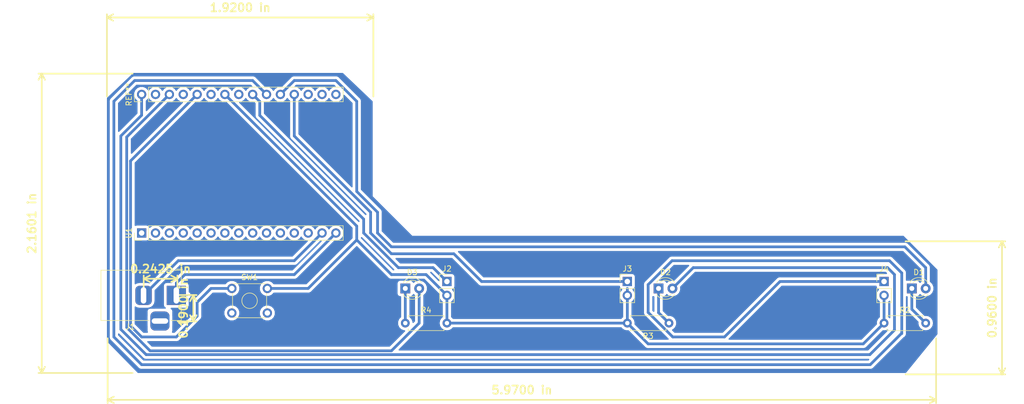
<source format=kicad_pcb>
(kicad_pcb (version 20171130) (host pcbnew 5.0.2-bee76a0~70~ubuntu18.04.1)

  (general
    (thickness 1.6)
    (drawings 6)
    (tracks 93)
    (zones 0)
    (modules 12)
    (nets 36)
  )

  (page A4)
  (layers
    (0 F.Cu signal)
    (31 B.Cu signal)
    (32 B.Adhes user)
    (33 F.Adhes user)
    (34 B.Paste user)
    (35 F.Paste user)
    (36 B.SilkS user)
    (37 F.SilkS user)
    (38 B.Mask user)
    (39 F.Mask user)
    (40 Dwgs.User user)
    (41 Cmts.User user)
    (42 Eco1.User user)
    (43 Eco2.User user)
    (44 Edge.Cuts user)
    (45 Margin user)
    (46 B.CrtYd user)
    (47 F.CrtYd user)
    (48 B.Fab user)
    (49 F.Fab user)
  )

  (setup
    (last_trace_width 0.5)
    (trace_clearance 0.2)
    (zone_clearance 0.508)
    (zone_45_only no)
    (trace_min 0.2)
    (segment_width 0.2)
    (edge_width 0.15)
    (via_size 0.8)
    (via_drill 0.4)
    (via_min_size 0.4)
    (via_min_drill 0.3)
    (uvia_size 0.3)
    (uvia_drill 0.1)
    (uvias_allowed no)
    (uvia_min_size 0.2)
    (uvia_min_drill 0.1)
    (pcb_text_width 0.3)
    (pcb_text_size 1.5 1.5)
    (mod_edge_width 0.15)
    (mod_text_size 1 1)
    (mod_text_width 0.15)
    (pad_size 1.524 1.524)
    (pad_drill 0.762)
    (pad_to_mask_clearance 0.051)
    (solder_mask_min_width 0.25)
    (aux_axis_origin 0 0)
    (visible_elements FFFFFF7F)
    (pcbplotparams
      (layerselection 0x010fc_ffffffff)
      (usegerberextensions false)
      (usegerberattributes false)
      (usegerberadvancedattributes false)
      (creategerberjobfile false)
      (excludeedgelayer true)
      (linewidth 0.100000)
      (plotframeref false)
      (viasonmask false)
      (mode 1)
      (useauxorigin false)
      (hpglpennumber 1)
      (hpglpenspeed 20)
      (hpglpendiameter 15.000000)
      (psnegative false)
      (psa4output false)
      (plotreference true)
      (plotvalue true)
      (plotinvisibletext false)
      (padsonsilk false)
      (subtractmaskfromsilk false)
      (outputformat 1)
      (mirror false)
      (drillshape 1)
      (scaleselection 1)
      (outputdirectory ""))
  )

  (net 0 "")
  (net 1 "Net-(D1-Pad1)")
  (net 2 "Net-(D1-Pad2)")
  (net 3 "Net-(D2-Pad2)")
  (net 4 "Net-(D2-Pad1)")
  (net 5 "Net-(D3-Pad1)")
  (net 6 "Net-(D3-Pad2)")
  (net 7 "Net-(J1-Pad1)")
  (net 8 "Net-(J1-Pad2)")
  (net 9 "Net-(J2-Pad1)")
  (net 10 "Net-(J2-Pad2)")
  (net 11 "Net-(J3-Pad1)")
  (net 12 "Net-(J4-Pad1)")
  (net 13 "Net-(SW1-Pad4)")
  (net 14 "Net-(SW1-Pad3)")
  (net 15 "Net-(SW1-Pad1)")
  (net 16 "Net-(U1-Pad18)")
  (net 17 "Net-(U1-Pad20)")
  (net 18 "Net-(U1-Pad29)")
  (net 19 "Net-(U1-Pad22)")
  (net 20 "Net-(U1-Pad28)")
  (net 21 "Net-(U1-Pad27)")
  (net 22 "Net-(U1-Pad16)")
  (net 23 "Net-(U1-Pad12)")
  (net 24 "Net-(U1-Pad11)")
  (net 25 "Net-(U1-Pad10)")
  (net 26 "Net-(U1-Pad9)")
  (net 27 "Net-(U1-Pad8)")
  (net 28 "Net-(U1-Pad7)")
  (net 29 "Net-(U1-Pad6)")
  (net 30 "Net-(U1-Pad5)")
  (net 31 "Net-(U1-Pad4)")
  (net 32 "Net-(U1-Pad3)")
  (net 33 "Net-(U1-Pad2)")
  (net 34 "Net-(U1-Pad1)")
  (net 35 "Net-(U1-Pad0)")

  (net_class Default "This is the default net class."
    (clearance 0.2)
    (trace_width 0.5)
    (via_dia 0.8)
    (via_drill 0.4)
    (uvia_dia 0.3)
    (uvia_drill 0.1)
    (add_net "Net-(D1-Pad1)")
    (add_net "Net-(D1-Pad2)")
    (add_net "Net-(D2-Pad1)")
    (add_net "Net-(D2-Pad2)")
    (add_net "Net-(D3-Pad1)")
    (add_net "Net-(D3-Pad2)")
    (add_net "Net-(J1-Pad1)")
    (add_net "Net-(J1-Pad2)")
    (add_net "Net-(J2-Pad1)")
    (add_net "Net-(J2-Pad2)")
    (add_net "Net-(J3-Pad1)")
    (add_net "Net-(J4-Pad1)")
    (add_net "Net-(SW1-Pad1)")
    (add_net "Net-(SW1-Pad3)")
    (add_net "Net-(SW1-Pad4)")
    (add_net "Net-(U1-Pad0)")
    (add_net "Net-(U1-Pad1)")
    (add_net "Net-(U1-Pad10)")
    (add_net "Net-(U1-Pad11)")
    (add_net "Net-(U1-Pad12)")
    (add_net "Net-(U1-Pad16)")
    (add_net "Net-(U1-Pad18)")
    (add_net "Net-(U1-Pad2)")
    (add_net "Net-(U1-Pad20)")
    (add_net "Net-(U1-Pad22)")
    (add_net "Net-(U1-Pad27)")
    (add_net "Net-(U1-Pad28)")
    (add_net "Net-(U1-Pad29)")
    (add_net "Net-(U1-Pad3)")
    (add_net "Net-(U1-Pad4)")
    (add_net "Net-(U1-Pad5)")
    (add_net "Net-(U1-Pad6)")
    (add_net "Net-(U1-Pad7)")
    (add_net "Net-(U1-Pad8)")
    (add_net "Net-(U1-Pad9)")
  )

  (module LED_THT:LED_D3.0mm (layer F.Cu) (tedit 587A3A7B) (tstamp 5CFB368A)
    (at 182.88 118.11)
    (descr "LED, diameter 3.0mm, 2 pins")
    (tags "LED diameter 3.0mm 2 pins")
    (path /5CB09990)
    (fp_text reference D1 (at 1.27 -2.96) (layer F.SilkS)
      (effects (font (size 1 1) (thickness 0.15)))
    )
    (fp_text value LED (at 1.27 2.96) (layer F.Fab)
      (effects (font (size 1 1) (thickness 0.15)))
    )
    (fp_line (start 3.7 -2.25) (end -1.15 -2.25) (layer F.CrtYd) (width 0.05))
    (fp_line (start 3.7 2.25) (end 3.7 -2.25) (layer F.CrtYd) (width 0.05))
    (fp_line (start -1.15 2.25) (end 3.7 2.25) (layer F.CrtYd) (width 0.05))
    (fp_line (start -1.15 -2.25) (end -1.15 2.25) (layer F.CrtYd) (width 0.05))
    (fp_line (start -0.29 1.08) (end -0.29 1.236) (layer F.SilkS) (width 0.12))
    (fp_line (start -0.29 -1.236) (end -0.29 -1.08) (layer F.SilkS) (width 0.12))
    (fp_line (start -0.23 -1.16619) (end -0.23 1.16619) (layer F.Fab) (width 0.1))
    (fp_circle (center 1.27 0) (end 2.77 0) (layer F.Fab) (width 0.1))
    (fp_arc (start 1.27 0) (end 0.229039 1.08) (angle -87.9) (layer F.SilkS) (width 0.12))
    (fp_arc (start 1.27 0) (end 0.229039 -1.08) (angle 87.9) (layer F.SilkS) (width 0.12))
    (fp_arc (start 1.27 0) (end -0.29 1.235516) (angle -108.8) (layer F.SilkS) (width 0.12))
    (fp_arc (start 1.27 0) (end -0.29 -1.235516) (angle 108.8) (layer F.SilkS) (width 0.12))
    (fp_arc (start 1.27 0) (end -0.23 -1.16619) (angle 284.3) (layer F.Fab) (width 0.1))
    (pad 2 thru_hole circle (at 2.54 0) (size 1.8 1.8) (drill 0.9) (layers *.Cu *.Mask)
      (net 2 "Net-(D1-Pad2)"))
    (pad 1 thru_hole rect (at 0 0) (size 1.8 1.8) (drill 0.9) (layers *.Cu *.Mask)
      (net 1 "Net-(D1-Pad1)"))
    (model ${KISYS3DMOD}/LED_THT.3dshapes/LED_D3.0mm.wrl
      (at (xyz 0 0 0))
      (scale (xyz 1 1 1))
      (rotate (xyz 0 0 0))
    )
  )

  (module LED_THT:LED_D3.0mm (layer F.Cu) (tedit 587A3A7B) (tstamp 5CFB36F6)
    (at 136.525 118.11)
    (descr "LED, diameter 3.0mm, 2 pins")
    (tags "LED diameter 3.0mm 2 pins")
    (path /5CB09E43)
    (fp_text reference D2 (at 1.27 -2.96) (layer F.SilkS)
      (effects (font (size 1 1) (thickness 0.15)))
    )
    (fp_text value LED (at 1.27 2.96) (layer F.Fab)
      (effects (font (size 1 1) (thickness 0.15)))
    )
    (fp_arc (start 1.27 0) (end -0.23 -1.16619) (angle 284.3) (layer F.Fab) (width 0.1))
    (fp_arc (start 1.27 0) (end -0.29 -1.235516) (angle 108.8) (layer F.SilkS) (width 0.12))
    (fp_arc (start 1.27 0) (end -0.29 1.235516) (angle -108.8) (layer F.SilkS) (width 0.12))
    (fp_arc (start 1.27 0) (end 0.229039 -1.08) (angle 87.9) (layer F.SilkS) (width 0.12))
    (fp_arc (start 1.27 0) (end 0.229039 1.08) (angle -87.9) (layer F.SilkS) (width 0.12))
    (fp_circle (center 1.27 0) (end 2.77 0) (layer F.Fab) (width 0.1))
    (fp_line (start -0.23 -1.16619) (end -0.23 1.16619) (layer F.Fab) (width 0.1))
    (fp_line (start -0.29 -1.236) (end -0.29 -1.08) (layer F.SilkS) (width 0.12))
    (fp_line (start -0.29 1.08) (end -0.29 1.236) (layer F.SilkS) (width 0.12))
    (fp_line (start -1.15 -2.25) (end -1.15 2.25) (layer F.CrtYd) (width 0.05))
    (fp_line (start -1.15 2.25) (end 3.7 2.25) (layer F.CrtYd) (width 0.05))
    (fp_line (start 3.7 2.25) (end 3.7 -2.25) (layer F.CrtYd) (width 0.05))
    (fp_line (start 3.7 -2.25) (end -1.15 -2.25) (layer F.CrtYd) (width 0.05))
    (pad 1 thru_hole rect (at 0 0) (size 1.8 1.8) (drill 0.9) (layers *.Cu *.Mask)
      (net 4 "Net-(D2-Pad1)"))
    (pad 2 thru_hole circle (at 2.54 0) (size 1.8 1.8) (drill 0.9) (layers *.Cu *.Mask)
      (net 3 "Net-(D2-Pad2)"))
    (model ${KISYS3DMOD}/LED_THT.3dshapes/LED_D3.0mm.wrl
      (at (xyz 0 0 0))
      (scale (xyz 1 1 1))
      (rotate (xyz 0 0 0))
    )
  )

  (module LED_THT:LED_D3.0mm (layer F.Cu) (tedit 587A3A7B) (tstamp 5CFB36C0)
    (at 90.17 118.11)
    (descr "LED, diameter 3.0mm, 2 pins")
    (tags "LED diameter 3.0mm 2 pins")
    (path /5CB0A15A)
    (fp_text reference D3 (at 1.27 -2.96) (layer F.SilkS)
      (effects (font (size 1 1) (thickness 0.15)))
    )
    (fp_text value LED (at 1.27 2.96) (layer F.Fab)
      (effects (font (size 1 1) (thickness 0.15)))
    )
    (fp_line (start 3.7 -2.25) (end -1.15 -2.25) (layer F.CrtYd) (width 0.05))
    (fp_line (start 3.7 2.25) (end 3.7 -2.25) (layer F.CrtYd) (width 0.05))
    (fp_line (start -1.15 2.25) (end 3.7 2.25) (layer F.CrtYd) (width 0.05))
    (fp_line (start -1.15 -2.25) (end -1.15 2.25) (layer F.CrtYd) (width 0.05))
    (fp_line (start -0.29 1.08) (end -0.29 1.236) (layer F.SilkS) (width 0.12))
    (fp_line (start -0.29 -1.236) (end -0.29 -1.08) (layer F.SilkS) (width 0.12))
    (fp_line (start -0.23 -1.16619) (end -0.23 1.16619) (layer F.Fab) (width 0.1))
    (fp_circle (center 1.27 0) (end 2.77 0) (layer F.Fab) (width 0.1))
    (fp_arc (start 1.27 0) (end 0.229039 1.08) (angle -87.9) (layer F.SilkS) (width 0.12))
    (fp_arc (start 1.27 0) (end 0.229039 -1.08) (angle 87.9) (layer F.SilkS) (width 0.12))
    (fp_arc (start 1.27 0) (end -0.29 1.235516) (angle -108.8) (layer F.SilkS) (width 0.12))
    (fp_arc (start 1.27 0) (end -0.29 -1.235516) (angle 108.8) (layer F.SilkS) (width 0.12))
    (fp_arc (start 1.27 0) (end -0.23 -1.16619) (angle 284.3) (layer F.Fab) (width 0.1))
    (pad 2 thru_hole circle (at 2.54 0) (size 1.8 1.8) (drill 0.9) (layers *.Cu *.Mask)
      (net 6 "Net-(D3-Pad2)"))
    (pad 1 thru_hole rect (at 0 0) (size 1.8 1.8) (drill 0.9) (layers *.Cu *.Mask)
      (net 5 "Net-(D3-Pad1)"))
    (model ${KISYS3DMOD}/LED_THT.3dshapes/LED_D3.0mm.wrl
      (at (xyz 0 0 0))
      (scale (xyz 1 1 1))
      (rotate (xyz 0 0 0))
    )
  )

  (module Connector_BarrelJack:BarrelJack_Horizontal (layer F.Cu) (tedit 5A1DBF6A) (tstamp 5CFB16FB)
    (at 48.26 119.38)
    (descr "DC Barrel Jack")
    (tags "Power Jack")
    (path /5CC3528F)
    (fp_text reference J1 (at -8.45 5.75) (layer F.SilkS)
      (effects (font (size 1 1) (thickness 0.15)))
    )
    (fp_text value Jack-DC (at -6.2 -5.5) (layer F.Fab)
      (effects (font (size 1 1) (thickness 0.15)))
    )
    (fp_text user %R (at -3 -2.95) (layer F.Fab)
      (effects (font (size 1 1) (thickness 0.15)))
    )
    (fp_line (start -0.003213 -4.505425) (end 0.8 -3.75) (layer F.Fab) (width 0.1))
    (fp_line (start 1.1 -3.75) (end 1.1 -4.8) (layer F.SilkS) (width 0.12))
    (fp_line (start 0.05 -4.8) (end 1.1 -4.8) (layer F.SilkS) (width 0.12))
    (fp_line (start 1 -4.5) (end 1 -4.75) (layer F.CrtYd) (width 0.05))
    (fp_line (start 1 -4.75) (end -14 -4.75) (layer F.CrtYd) (width 0.05))
    (fp_line (start 1 -4.5) (end 1 -2) (layer F.CrtYd) (width 0.05))
    (fp_line (start 1 -2) (end 2 -2) (layer F.CrtYd) (width 0.05))
    (fp_line (start 2 -2) (end 2 2) (layer F.CrtYd) (width 0.05))
    (fp_line (start 2 2) (end 1 2) (layer F.CrtYd) (width 0.05))
    (fp_line (start 1 2) (end 1 4.75) (layer F.CrtYd) (width 0.05))
    (fp_line (start 1 4.75) (end -1 4.75) (layer F.CrtYd) (width 0.05))
    (fp_line (start -1 4.75) (end -1 6.75) (layer F.CrtYd) (width 0.05))
    (fp_line (start -1 6.75) (end -5 6.75) (layer F.CrtYd) (width 0.05))
    (fp_line (start -5 6.75) (end -5 4.75) (layer F.CrtYd) (width 0.05))
    (fp_line (start -5 4.75) (end -14 4.75) (layer F.CrtYd) (width 0.05))
    (fp_line (start -14 4.75) (end -14 -4.75) (layer F.CrtYd) (width 0.05))
    (fp_line (start -5 4.6) (end -13.8 4.6) (layer F.SilkS) (width 0.12))
    (fp_line (start -13.8 4.6) (end -13.8 -4.6) (layer F.SilkS) (width 0.12))
    (fp_line (start 0.9 1.9) (end 0.9 4.6) (layer F.SilkS) (width 0.12))
    (fp_line (start 0.9 4.6) (end -1 4.6) (layer F.SilkS) (width 0.12))
    (fp_line (start -13.8 -4.6) (end 0.9 -4.6) (layer F.SilkS) (width 0.12))
    (fp_line (start 0.9 -4.6) (end 0.9 -2) (layer F.SilkS) (width 0.12))
    (fp_line (start -10.2 -4.5) (end -10.2 4.5) (layer F.Fab) (width 0.1))
    (fp_line (start -13.7 -4.5) (end -13.7 4.5) (layer F.Fab) (width 0.1))
    (fp_line (start -13.7 4.5) (end 0.8 4.5) (layer F.Fab) (width 0.1))
    (fp_line (start 0.8 4.5) (end 0.8 -3.75) (layer F.Fab) (width 0.1))
    (fp_line (start 0 -4.5) (end -13.7 -4.5) (layer F.Fab) (width 0.1))
    (pad 1 thru_hole rect (at 0 0) (size 3.5 3.5) (drill oval 1 3) (layers *.Cu *.Mask)
      (net 7 "Net-(J1-Pad1)"))
    (pad 2 thru_hole roundrect (at -6 0) (size 3 3.5) (drill oval 1 3) (layers *.Cu *.Mask) (roundrect_rratio 0.25)
      (net 8 "Net-(J1-Pad2)"))
    (pad 3 thru_hole roundrect (at -3 4.7) (size 3.5 3.5) (drill oval 3 1) (layers *.Cu *.Mask) (roundrect_rratio 0.25))
    (model ${KISYS3DMOD}/Connector_BarrelJack.3dshapes/BarrelJack_Horizontal.wrl
      (at (xyz 0 0 0))
      (scale (xyz 1 1 1))
      (rotate (xyz 0 0 0))
    )
  )

  (module Connector_PinHeader_2.54mm:PinHeader_1x02_P2.54mm_Vertical (layer F.Cu) (tedit 59FED5CC) (tstamp 5CFB308D)
    (at 97.79 116.84)
    (descr "Through hole straight pin header, 1x02, 2.54mm pitch, single row")
    (tags "Through hole pin header THT 1x02 2.54mm single row")
    (path /5CB0AF27)
    (fp_text reference J2 (at 0 -2.33) (layer F.SilkS)
      (effects (font (size 1 1) (thickness 0.15)))
    )
    (fp_text value Conn_01x02_Female (at 0 4.87) (layer F.Fab)
      (effects (font (size 1 1) (thickness 0.15)))
    )
    (fp_line (start -0.635 -1.27) (end 1.27 -1.27) (layer F.Fab) (width 0.1))
    (fp_line (start 1.27 -1.27) (end 1.27 3.81) (layer F.Fab) (width 0.1))
    (fp_line (start 1.27 3.81) (end -1.27 3.81) (layer F.Fab) (width 0.1))
    (fp_line (start -1.27 3.81) (end -1.27 -0.635) (layer F.Fab) (width 0.1))
    (fp_line (start -1.27 -0.635) (end -0.635 -1.27) (layer F.Fab) (width 0.1))
    (fp_line (start -1.33 3.87) (end 1.33 3.87) (layer F.SilkS) (width 0.12))
    (fp_line (start -1.33 1.27) (end -1.33 3.87) (layer F.SilkS) (width 0.12))
    (fp_line (start 1.33 1.27) (end 1.33 3.87) (layer F.SilkS) (width 0.12))
    (fp_line (start -1.33 1.27) (end 1.33 1.27) (layer F.SilkS) (width 0.12))
    (fp_line (start -1.33 0) (end -1.33 -1.33) (layer F.SilkS) (width 0.12))
    (fp_line (start -1.33 -1.33) (end 0 -1.33) (layer F.SilkS) (width 0.12))
    (fp_line (start -1.8 -1.8) (end -1.8 4.35) (layer F.CrtYd) (width 0.05))
    (fp_line (start -1.8 4.35) (end 1.8 4.35) (layer F.CrtYd) (width 0.05))
    (fp_line (start 1.8 4.35) (end 1.8 -1.8) (layer F.CrtYd) (width 0.05))
    (fp_line (start 1.8 -1.8) (end -1.8 -1.8) (layer F.CrtYd) (width 0.05))
    (fp_text user %R (at 0 1.27 90) (layer F.Fab)
      (effects (font (size 1 1) (thickness 0.15)))
    )
    (pad 1 thru_hole rect (at 0 0) (size 1.7 1.7) (drill 1) (layers *.Cu *.Mask)
      (net 9 "Net-(J2-Pad1)"))
    (pad 2 thru_hole oval (at 0 2.54) (size 1.7 1.7) (drill 1) (layers *.Cu *.Mask)
      (net 10 "Net-(J2-Pad2)"))
    (model ${KISYS3DMOD}/Connector_PinHeader_2.54mm.3dshapes/PinHeader_1x02_P2.54mm_Vertical.wrl
      (at (xyz 0 0 0))
      (scale (xyz 1 1 1))
      (rotate (xyz 0 0 0))
    )
  )

  (module Connector_PinHeader_2.54mm:PinHeader_1x02_P2.54mm_Vertical (layer F.Cu) (tedit 59FED5CC) (tstamp 5CFB1727)
    (at 130.81 116.84)
    (descr "Through hole straight pin header, 1x02, 2.54mm pitch, single row")
    (tags "Through hole pin header THT 1x02 2.54mm single row")
    (path /5CB0B0BC)
    (fp_text reference J3 (at 0 -2.33) (layer F.SilkS)
      (effects (font (size 1 1) (thickness 0.15)))
    )
    (fp_text value Conn_01x02_Female (at 0 4.87) (layer F.Fab)
      (effects (font (size 1 1) (thickness 0.15)))
    )
    (fp_text user %R (at 0 1.27 90) (layer F.Fab)
      (effects (font (size 1 1) (thickness 0.15)))
    )
    (fp_line (start 1.8 -1.8) (end -1.8 -1.8) (layer F.CrtYd) (width 0.05))
    (fp_line (start 1.8 4.35) (end 1.8 -1.8) (layer F.CrtYd) (width 0.05))
    (fp_line (start -1.8 4.35) (end 1.8 4.35) (layer F.CrtYd) (width 0.05))
    (fp_line (start -1.8 -1.8) (end -1.8 4.35) (layer F.CrtYd) (width 0.05))
    (fp_line (start -1.33 -1.33) (end 0 -1.33) (layer F.SilkS) (width 0.12))
    (fp_line (start -1.33 0) (end -1.33 -1.33) (layer F.SilkS) (width 0.12))
    (fp_line (start -1.33 1.27) (end 1.33 1.27) (layer F.SilkS) (width 0.12))
    (fp_line (start 1.33 1.27) (end 1.33 3.87) (layer F.SilkS) (width 0.12))
    (fp_line (start -1.33 1.27) (end -1.33 3.87) (layer F.SilkS) (width 0.12))
    (fp_line (start -1.33 3.87) (end 1.33 3.87) (layer F.SilkS) (width 0.12))
    (fp_line (start -1.27 -0.635) (end -0.635 -1.27) (layer F.Fab) (width 0.1))
    (fp_line (start -1.27 3.81) (end -1.27 -0.635) (layer F.Fab) (width 0.1))
    (fp_line (start 1.27 3.81) (end -1.27 3.81) (layer F.Fab) (width 0.1))
    (fp_line (start 1.27 -1.27) (end 1.27 3.81) (layer F.Fab) (width 0.1))
    (fp_line (start -0.635 -1.27) (end 1.27 -1.27) (layer F.Fab) (width 0.1))
    (pad 2 thru_hole oval (at 0 2.54) (size 1.7 1.7) (drill 1) (layers *.Cu *.Mask)
      (net 10 "Net-(J2-Pad2)"))
    (pad 1 thru_hole rect (at 0 0) (size 1.7 1.7) (drill 1) (layers *.Cu *.Mask)
      (net 11 "Net-(J3-Pad1)"))
    (model ${KISYS3DMOD}/Connector_PinHeader_2.54mm.3dshapes/PinHeader_1x02_P2.54mm_Vertical.wrl
      (at (xyz 0 0 0))
      (scale (xyz 1 1 1))
      (rotate (xyz 0 0 0))
    )
  )

  (module Connector_PinHeader_2.54mm:PinHeader_1x02_P2.54mm_Vertical (layer F.Cu) (tedit 59FED5CC) (tstamp 5CFB3543)
    (at 177.8 116.84)
    (descr "Through hole straight pin header, 1x02, 2.54mm pitch, single row")
    (tags "Through hole pin header THT 1x02 2.54mm single row")
    (path /5CB0B1D4)
    (fp_text reference J4 (at 0 -2.33) (layer F.SilkS)
      (effects (font (size 1 1) (thickness 0.15)))
    )
    (fp_text value Conn_01x02_Female (at 0 4.87) (layer F.Fab)
      (effects (font (size 1 1) (thickness 0.15)))
    )
    (fp_line (start -0.635 -1.27) (end 1.27 -1.27) (layer F.Fab) (width 0.1))
    (fp_line (start 1.27 -1.27) (end 1.27 3.81) (layer F.Fab) (width 0.1))
    (fp_line (start 1.27 3.81) (end -1.27 3.81) (layer F.Fab) (width 0.1))
    (fp_line (start -1.27 3.81) (end -1.27 -0.635) (layer F.Fab) (width 0.1))
    (fp_line (start -1.27 -0.635) (end -0.635 -1.27) (layer F.Fab) (width 0.1))
    (fp_line (start -1.33 3.87) (end 1.33 3.87) (layer F.SilkS) (width 0.12))
    (fp_line (start -1.33 1.27) (end -1.33 3.87) (layer F.SilkS) (width 0.12))
    (fp_line (start 1.33 1.27) (end 1.33 3.87) (layer F.SilkS) (width 0.12))
    (fp_line (start -1.33 1.27) (end 1.33 1.27) (layer F.SilkS) (width 0.12))
    (fp_line (start -1.33 0) (end -1.33 -1.33) (layer F.SilkS) (width 0.12))
    (fp_line (start -1.33 -1.33) (end 0 -1.33) (layer F.SilkS) (width 0.12))
    (fp_line (start -1.8 -1.8) (end -1.8 4.35) (layer F.CrtYd) (width 0.05))
    (fp_line (start -1.8 4.35) (end 1.8 4.35) (layer F.CrtYd) (width 0.05))
    (fp_line (start 1.8 4.35) (end 1.8 -1.8) (layer F.CrtYd) (width 0.05))
    (fp_line (start 1.8 -1.8) (end -1.8 -1.8) (layer F.CrtYd) (width 0.05))
    (fp_text user %R (at 0 1.27 90) (layer F.Fab)
      (effects (font (size 1 1) (thickness 0.15)))
    )
    (pad 1 thru_hole rect (at 0 0) (size 1.7 1.7) (drill 1) (layers *.Cu *.Mask)
      (net 12 "Net-(J4-Pad1)"))
    (pad 2 thru_hole oval (at 0 2.54) (size 1.7 1.7) (drill 1) (layers *.Cu *.Mask)
      (net 10 "Net-(J2-Pad2)"))
    (model ${KISYS3DMOD}/Connector_PinHeader_2.54mm.3dshapes/PinHeader_1x02_P2.54mm_Vertical.wrl
      (at (xyz 0 0 0))
      (scale (xyz 1 1 1))
      (rotate (xyz 0 0 0))
    )
  )

  (module Resistor_THT:R_Axial_DIN0207_L6.3mm_D2.5mm_P7.62mm_Horizontal (layer F.Cu) (tedit 5AE5139B) (tstamp 5CFB1754)
    (at 177.8 124.46)
    (descr "Resistor, Axial_DIN0207 series, Axial, Horizontal, pin pitch=7.62mm, 0.25W = 1/4W, length*diameter=6.3*2.5mm^2, http://cdn-reichelt.de/documents/datenblatt/B400/1_4W%23YAG.pdf")
    (tags "Resistor Axial_DIN0207 series Axial Horizontal pin pitch 7.62mm 0.25W = 1/4W length 6.3mm diameter 2.5mm")
    (path /5CB09570)
    (fp_text reference R2 (at 3.81 -2.37) (layer F.SilkS)
      (effects (font (size 1 1) (thickness 0.15)))
    )
    (fp_text value R (at 3.81 2.37) (layer F.Fab)
      (effects (font (size 1 1) (thickness 0.15)))
    )
    (fp_line (start 0.66 -1.25) (end 0.66 1.25) (layer F.Fab) (width 0.1))
    (fp_line (start 0.66 1.25) (end 6.96 1.25) (layer F.Fab) (width 0.1))
    (fp_line (start 6.96 1.25) (end 6.96 -1.25) (layer F.Fab) (width 0.1))
    (fp_line (start 6.96 -1.25) (end 0.66 -1.25) (layer F.Fab) (width 0.1))
    (fp_line (start 0 0) (end 0.66 0) (layer F.Fab) (width 0.1))
    (fp_line (start 7.62 0) (end 6.96 0) (layer F.Fab) (width 0.1))
    (fp_line (start 0.54 -1.04) (end 0.54 -1.37) (layer F.SilkS) (width 0.12))
    (fp_line (start 0.54 -1.37) (end 7.08 -1.37) (layer F.SilkS) (width 0.12))
    (fp_line (start 7.08 -1.37) (end 7.08 -1.04) (layer F.SilkS) (width 0.12))
    (fp_line (start 0.54 1.04) (end 0.54 1.37) (layer F.SilkS) (width 0.12))
    (fp_line (start 0.54 1.37) (end 7.08 1.37) (layer F.SilkS) (width 0.12))
    (fp_line (start 7.08 1.37) (end 7.08 1.04) (layer F.SilkS) (width 0.12))
    (fp_line (start -1.05 -1.5) (end -1.05 1.5) (layer F.CrtYd) (width 0.05))
    (fp_line (start -1.05 1.5) (end 8.67 1.5) (layer F.CrtYd) (width 0.05))
    (fp_line (start 8.67 1.5) (end 8.67 -1.5) (layer F.CrtYd) (width 0.05))
    (fp_line (start 8.67 -1.5) (end -1.05 -1.5) (layer F.CrtYd) (width 0.05))
    (fp_text user %R (at 3.81 0) (layer F.Fab)
      (effects (font (size 1 1) (thickness 0.15)))
    )
    (pad 1 thru_hole circle (at 0 0) (size 1.6 1.6) (drill 0.8) (layers *.Cu *.Mask)
      (net 10 "Net-(J2-Pad2)"))
    (pad 2 thru_hole oval (at 7.62 0) (size 1.6 1.6) (drill 0.8) (layers *.Cu *.Mask)
      (net 1 "Net-(D1-Pad1)"))
    (model ${KISYS3DMOD}/Resistor_THT.3dshapes/R_Axial_DIN0207_L6.3mm_D2.5mm_P7.62mm_Horizontal.wrl
      (at (xyz 0 0 0))
      (scale (xyz 1 1 1))
      (rotate (xyz 0 0 0))
    )
  )

  (module Resistor_THT:R_Axial_DIN0207_L6.3mm_D2.5mm_P7.62mm_Horizontal (layer F.Cu) (tedit 5AE5139B) (tstamp 5CFB328C)
    (at 138.43 124.46 180)
    (descr "Resistor, Axial_DIN0207 series, Axial, Horizontal, pin pitch=7.62mm, 0.25W = 1/4W, length*diameter=6.3*2.5mm^2, http://cdn-reichelt.de/documents/datenblatt/B400/1_4W%23YAG.pdf")
    (tags "Resistor Axial_DIN0207 series Axial Horizontal pin pitch 7.62mm 0.25W = 1/4W length 6.3mm diameter 2.5mm")
    (path /5CB094B7)
    (fp_text reference R3 (at 3.81 -2.37 180) (layer F.SilkS)
      (effects (font (size 1 1) (thickness 0.15)))
    )
    (fp_text value R (at 3.81 2.37 180) (layer F.Fab)
      (effects (font (size 1 1) (thickness 0.15)))
    )
    (fp_line (start 0.66 -1.25) (end 0.66 1.25) (layer F.Fab) (width 0.1))
    (fp_line (start 0.66 1.25) (end 6.96 1.25) (layer F.Fab) (width 0.1))
    (fp_line (start 6.96 1.25) (end 6.96 -1.25) (layer F.Fab) (width 0.1))
    (fp_line (start 6.96 -1.25) (end 0.66 -1.25) (layer F.Fab) (width 0.1))
    (fp_line (start 0 0) (end 0.66 0) (layer F.Fab) (width 0.1))
    (fp_line (start 7.62 0) (end 6.96 0) (layer F.Fab) (width 0.1))
    (fp_line (start 0.54 -1.04) (end 0.54 -1.37) (layer F.SilkS) (width 0.12))
    (fp_line (start 0.54 -1.37) (end 7.08 -1.37) (layer F.SilkS) (width 0.12))
    (fp_line (start 7.08 -1.37) (end 7.08 -1.04) (layer F.SilkS) (width 0.12))
    (fp_line (start 0.54 1.04) (end 0.54 1.37) (layer F.SilkS) (width 0.12))
    (fp_line (start 0.54 1.37) (end 7.08 1.37) (layer F.SilkS) (width 0.12))
    (fp_line (start 7.08 1.37) (end 7.08 1.04) (layer F.SilkS) (width 0.12))
    (fp_line (start -1.05 -1.5) (end -1.05 1.5) (layer F.CrtYd) (width 0.05))
    (fp_line (start -1.05 1.5) (end 8.67 1.5) (layer F.CrtYd) (width 0.05))
    (fp_line (start 8.67 1.5) (end 8.67 -1.5) (layer F.CrtYd) (width 0.05))
    (fp_line (start 8.67 -1.5) (end -1.05 -1.5) (layer F.CrtYd) (width 0.05))
    (fp_text user %R (at 3.81 0 180) (layer F.Fab)
      (effects (font (size 1 1) (thickness 0.15)))
    )
    (pad 1 thru_hole circle (at 0 0 180) (size 1.6 1.6) (drill 0.8) (layers *.Cu *.Mask)
      (net 4 "Net-(D2-Pad1)"))
    (pad 2 thru_hole oval (at 7.62 0 180) (size 1.6 1.6) (drill 0.8) (layers *.Cu *.Mask)
      (net 10 "Net-(J2-Pad2)"))
    (model ${KISYS3DMOD}/Resistor_THT.3dshapes/R_Axial_DIN0207_L6.3mm_D2.5mm_P7.62mm_Horizontal.wrl
      (at (xyz 0 0 0))
      (scale (xyz 1 1 1))
      (rotate (xyz 0 0 0))
    )
  )

  (module Resistor_THT:R_Axial_DIN0207_L6.3mm_D2.5mm_P7.62mm_Horizontal (layer F.Cu) (tedit 5AE5139B) (tstamp 5CFB2F12)
    (at 90.17 124.46)
    (descr "Resistor, Axial_DIN0207 series, Axial, Horizontal, pin pitch=7.62mm, 0.25W = 1/4W, length*diameter=6.3*2.5mm^2, http://cdn-reichelt.de/documents/datenblatt/B400/1_4W%23YAG.pdf")
    (tags "Resistor Axial_DIN0207 series Axial Horizontal pin pitch 7.62mm 0.25W = 1/4W length 6.3mm diameter 2.5mm")
    (path /5CB09519)
    (fp_text reference R4 (at 3.81 -2.37) (layer F.SilkS)
      (effects (font (size 1 1) (thickness 0.15)))
    )
    (fp_text value R (at 3.81 2.37) (layer F.Fab)
      (effects (font (size 1 1) (thickness 0.15)))
    )
    (fp_text user %R (at 3.81 0 90) (layer F.Fab)
      (effects (font (size 1 1) (thickness 0.15)))
    )
    (fp_line (start 8.67 -1.5) (end -1.05 -1.5) (layer F.CrtYd) (width 0.05))
    (fp_line (start 8.67 1.5) (end 8.67 -1.5) (layer F.CrtYd) (width 0.05))
    (fp_line (start -1.05 1.5) (end 8.67 1.5) (layer F.CrtYd) (width 0.05))
    (fp_line (start -1.05 -1.5) (end -1.05 1.5) (layer F.CrtYd) (width 0.05))
    (fp_line (start 7.08 1.37) (end 7.08 1.04) (layer F.SilkS) (width 0.12))
    (fp_line (start 0.54 1.37) (end 7.08 1.37) (layer F.SilkS) (width 0.12))
    (fp_line (start 0.54 1.04) (end 0.54 1.37) (layer F.SilkS) (width 0.12))
    (fp_line (start 7.08 -1.37) (end 7.08 -1.04) (layer F.SilkS) (width 0.12))
    (fp_line (start 0.54 -1.37) (end 7.08 -1.37) (layer F.SilkS) (width 0.12))
    (fp_line (start 0.54 -1.04) (end 0.54 -1.37) (layer F.SilkS) (width 0.12))
    (fp_line (start 7.62 0) (end 6.96 0) (layer F.Fab) (width 0.1))
    (fp_line (start 0 0) (end 0.66 0) (layer F.Fab) (width 0.1))
    (fp_line (start 6.96 -1.25) (end 0.66 -1.25) (layer F.Fab) (width 0.1))
    (fp_line (start 6.96 1.25) (end 6.96 -1.25) (layer F.Fab) (width 0.1))
    (fp_line (start 0.66 1.25) (end 6.96 1.25) (layer F.Fab) (width 0.1))
    (fp_line (start 0.66 -1.25) (end 0.66 1.25) (layer F.Fab) (width 0.1))
    (pad 2 thru_hole oval (at 7.62 0) (size 1.6 1.6) (drill 0.8) (layers *.Cu *.Mask)
      (net 10 "Net-(J2-Pad2)"))
    (pad 1 thru_hole circle (at 0 0) (size 1.6 1.6) (drill 0.8) (layers *.Cu *.Mask)
      (net 5 "Net-(D3-Pad1)"))
    (model ${KISYS3DMOD}/Resistor_THT.3dshapes/R_Axial_DIN0207_L6.3mm_D2.5mm_P7.62mm_Horizontal.wrl
      (at (xyz 0 0 0))
      (scale (xyz 1 1 1))
      (rotate (xyz 0 0 0))
    )
  )

  (module Button_Switch_THT:SW_TH_Tactile_Omron_B3F-10xx (layer F.Cu) (tedit 5A02FE31) (tstamp 5CFB1798)
    (at 58.42 118.11)
    (descr SW_TH_Tactile_Omron_B3F-10xx_https://www.omron.com/ecb/products/pdf/en-b3f.pdf)
    (tags "Omron B3F-10xx")
    (path /5CC1FD9D)
    (fp_text reference SW1 (at 3.25 -2.05) (layer F.SilkS)
      (effects (font (size 1 1) (thickness 0.15)))
    )
    (fp_text value SW_Push_Dual (at 3.2 6.5) (layer F.Fab)
      (effects (font (size 1 1) (thickness 0.15)))
    )
    (fp_line (start 0.25 -0.75) (end 0.25 5.25) (layer F.Fab) (width 0.1))
    (fp_line (start 6.25 -0.75) (end 6.25 5.25) (layer F.Fab) (width 0.1))
    (fp_line (start 0.25 -0.75) (end 6.25 -0.75) (layer F.Fab) (width 0.1))
    (fp_text user %R (at 3.25 2.25) (layer F.Fab)
      (effects (font (size 1 1) (thickness 0.15)))
    )
    (fp_line (start 7.65 -1.15) (end -1.1 -1.15) (layer F.CrtYd) (width 0.05))
    (fp_line (start 7.6 5.6) (end 7.6 -1.1) (layer F.CrtYd) (width 0.05))
    (fp_line (start -1.1 5.6) (end 7.6 5.6) (layer F.CrtYd) (width 0.05))
    (fp_line (start -1.1 -1.15) (end -1.1 5.6) (layer F.CrtYd) (width 0.05))
    (fp_circle (center 3.25 2.25) (end 4.25 3.25) (layer F.SilkS) (width 0.12))
    (fp_line (start 0.28 5.37) (end 6.22 5.37) (layer F.SilkS) (width 0.12))
    (fp_line (start 0.28 -0.87) (end 6.22 -0.87) (layer F.SilkS) (width 0.12))
    (fp_line (start 0.13 3.59) (end 0.13 0.91) (layer F.SilkS) (width 0.12))
    (fp_line (start 6.37 0.91) (end 6.37 3.59) (layer F.SilkS) (width 0.12))
    (fp_line (start 0.25 5.25) (end 6.25 5.25) (layer F.Fab) (width 0.1))
    (pad 4 thru_hole circle (at 6.5 4.5) (size 1.7 1.7) (drill 1) (layers *.Cu *.Mask)
      (net 13 "Net-(SW1-Pad4)"))
    (pad 3 thru_hole circle (at 0 4.5) (size 1.7 1.7) (drill 1) (layers *.Cu *.Mask)
      (net 14 "Net-(SW1-Pad3)"))
    (pad 2 thru_hole circle (at 6.5 0) (size 1.7 1.7) (drill 1) (layers *.Cu *.Mask)
      (net 10 "Net-(J2-Pad2)"))
    (pad 1 thru_hole circle (at 0 0) (size 1.7 1.7) (drill 1) (layers *.Cu *.Mask)
      (net 15 "Net-(SW1-Pad1)"))
    (model ${KISYS3DMOD}/Button_Switch_THT.3dshapes/SW_TH_Tactile_Omron_B3F-10xx.wrl
      (at (xyz 0 0 0))
      (scale (xyz 1 1 1))
      (rotate (xyz 0 0 0))
    )
  )

  (module Eletrônica:nodeMCU (layer F.Cu) (tedit 5CAF9260) (tstamp 5CFB2C15)
    (at 41.91 107.95 90)
    (descr "Through hole straight pin header, 1x15, 2.54mm pitch, single row")
    (tags "Through hole pin header THT 1x15 2.54mm single row")
    (path /5CB0924C)
    (fp_text reference U1 (at 0 -2.33 90) (layer F.SilkS)
      (effects (font (size 1 1) (thickness 0.15)))
    )
    (fp_text value NodeMCU_v1.0 (at 0 37.89 90) (layer F.Fab)
      (effects (font (size 1 1) (thickness 0.15)))
    )
    (fp_line (start 24.13 -0.635) (end 24.765 -1.27) (layer F.Fab) (width 0.1))
    (fp_line (start 24.765 -1.27) (end 26.67 -1.27) (layer F.Fab) (width 0.1))
    (fp_line (start 24.07 36.89) (end 26.73 36.89) (layer F.SilkS) (width 0.12))
    (fp_line (start 24.07 1.27) (end 24.07 36.89) (layer F.SilkS) (width 0.12))
    (fp_line (start 27.2 -1.8) (end 23.6 -1.8) (layer F.CrtYd) (width 0.05))
    (fp_line (start 24.13 36.83) (end 24.13 -0.635) (layer F.Fab) (width 0.1))
    (fp_line (start 23.6 37.35) (end 27.2 37.35) (layer F.CrtYd) (width 0.05))
    (fp_line (start 24.07 1.27) (end 26.73 1.27) (layer F.SilkS) (width 0.12))
    (fp_line (start 26.67 -1.27) (end 26.67 36.83) (layer F.Fab) (width 0.1))
    (fp_line (start 26.73 1.27) (end 26.73 36.89) (layer F.SilkS) (width 0.12))
    (fp_text user PinHeader_1x15_P2.54mm_Vertical (at 17.78 37.89 90) (layer F.Fab)
      (effects (font (size 1 1) (thickness 0.15)))
    )
    (fp_line (start 23.6 -1.8) (end 23.6 37.35) (layer F.CrtYd) (width 0.05))
    (fp_line (start 24.07 -1.33) (end 25.4 -1.33) (layer F.SilkS) (width 0.12))
    (fp_text user REF** (at 25.4 -2.33 90) (layer F.SilkS)
      (effects (font (size 1 1) (thickness 0.15)))
    )
    (fp_line (start 24.07 0) (end 24.07 -1.33) (layer F.SilkS) (width 0.12))
    (fp_line (start 26.67 36.83) (end 24.13 36.83) (layer F.Fab) (width 0.1))
    (fp_line (start 27.2 37.35) (end 27.2 -1.8) (layer F.CrtYd) (width 0.05))
    (fp_text user %R (at 22.86 17.78 180) (layer F.Fab)
      (effects (font (size 1 1) (thickness 0.15)))
    )
    (fp_text user %R (at -5.08 16.51 180) (layer F.Fab)
      (effects (font (size 1 1) (thickness 0.15)))
    )
    (fp_line (start 1.8 -1.8) (end -1.8 -1.8) (layer F.CrtYd) (width 0.05))
    (fp_line (start 1.8 37.35) (end 1.8 -1.8) (layer F.CrtYd) (width 0.05))
    (fp_line (start -1.8 37.35) (end 1.8 37.35) (layer F.CrtYd) (width 0.05))
    (fp_line (start -1.8 -1.8) (end -1.8 37.35) (layer F.CrtYd) (width 0.05))
    (fp_line (start -1.33 -1.33) (end 0 -1.33) (layer F.SilkS) (width 0.12))
    (fp_line (start -1.33 0) (end -1.33 -1.33) (layer F.SilkS) (width 0.12))
    (fp_line (start -1.33 1.27) (end 1.33 1.27) (layer F.SilkS) (width 0.12))
    (fp_line (start 1.33 1.27) (end 1.33 36.89) (layer F.SilkS) (width 0.12))
    (fp_line (start -1.33 1.27) (end -1.33 36.89) (layer F.SilkS) (width 0.12))
    (fp_line (start -1.33 36.89) (end 1.33 36.89) (layer F.SilkS) (width 0.12))
    (fp_line (start -1.27 -0.635) (end -0.635 -1.27) (layer F.Fab) (width 0.1))
    (fp_line (start -1.27 36.83) (end -1.27 -0.635) (layer F.Fab) (width 0.1))
    (fp_line (start 1.27 36.83) (end -1.27 36.83) (layer F.Fab) (width 0.1))
    (fp_line (start 1.27 -1.27) (end 1.27 36.83) (layer F.Fab) (width 0.1))
    (fp_line (start -0.635 -1.27) (end 1.27 -1.27) (layer F.Fab) (width 0.1))
    (pad 18 thru_hole oval (at 25.4 7.62 90) (size 1.7 1.7) (drill 1) (layers *.Cu *.Mask)
      (net 16 "Net-(U1-Pad18)"))
    (pad 20 thru_hole oval (at 25.4 12.7 90) (size 1.7 1.7) (drill 1) (layers *.Cu *.Mask)
      (net 17 "Net-(U1-Pad20)"))
    (pad 15 thru_hole circle (at 25.4 0 90) (size 1.7 1.7) (drill 1) (layers *.Cu *.Mask)
      (net 3 "Net-(D2-Pad2)"))
    (pad 29 thru_hole oval (at 25.4 35.56 90) (size 1.7 1.7) (drill 1) (layers *.Cu *.Mask)
      (net 18 "Net-(U1-Pad29)"))
    (pad 25 thru_hole oval (at 25.4 25.4 90) (size 1.7 1.7) (drill 1) (layers *.Cu *.Mask)
      (net 2 "Net-(D1-Pad2)"))
    (pad 22 thru_hole oval (at 25.4 17.78 90) (size 1.7 1.7) (drill 1) (layers *.Cu *.Mask)
      (net 19 "Net-(U1-Pad22)"))
    (pad 19 thru_hole oval (at 25.4 10.16 90) (size 1.7 1.7) (drill 1) (layers *.Cu *.Mask)
      (net 15 "Net-(SW1-Pad1)"))
    (pad 28 thru_hole oval (at 25.4 33.02 90) (size 1.7 1.7) (drill 1) (layers *.Cu *.Mask)
      (net 20 "Net-(U1-Pad28)"))
    (pad 17 thru_hole oval (at 25.4 5.08 90) (size 1.7 1.7) (drill 1) (layers *.Cu *.Mask)
      (net 6 "Net-(D3-Pad2)"))
    (pad 21 thru_hole oval (at 25.4 15.24 90) (size 1.7 1.7) (drill 1) (layers *.Cu *.Mask)
      (net 10 "Net-(J2-Pad2)"))
    (pad 26 thru_hole oval (at 25.4 27.94 90) (size 1.7 1.7) (drill 1) (layers *.Cu *.Mask)
      (net 11 "Net-(J3-Pad1)"))
    (pad 24 thru_hole oval (at 25.4 22.86 90) (size 1.7 1.7) (drill 1) (layers *.Cu *.Mask)
      (net 12 "Net-(J4-Pad1)"))
    (pad 27 thru_hole oval (at 25.4 30.48 180) (size 1.7 1.7) (drill 1) (layers *.Cu *.Mask)
      (net 21 "Net-(U1-Pad27)"))
    (pad 23 thru_hole oval (at 25.4 20.32 90) (size 1.7 1.7) (drill 1) (layers *.Cu *.Mask)
      (net 9 "Net-(J2-Pad1)"))
    (pad 16 thru_hole oval (at 25.4 2.54 90) (size 1.7 1.7) (drill 1) (layers *.Cu *.Mask)
      (net 22 "Net-(U1-Pad16)"))
    (pad 14 thru_hole oval (at 0 35.56 90) (size 1.7 1.7) (drill 1) (layers *.Cu *.Mask)
      (net 7 "Net-(J1-Pad1)"))
    (pad 13 thru_hole oval (at 0 33.02 90) (size 1.7 1.7) (drill 1) (layers *.Cu *.Mask)
      (net 8 "Net-(J1-Pad2)"))
    (pad 12 thru_hole oval (at 0 30.48 90) (size 1.7 1.7) (drill 1) (layers *.Cu *.Mask)
      (net 23 "Net-(U1-Pad12)"))
    (pad 11 thru_hole oval (at 0 27.94 90) (size 1.7 1.7) (drill 1) (layers *.Cu *.Mask)
      (net 24 "Net-(U1-Pad11)"))
    (pad 10 thru_hole oval (at 0 25.4 90) (size 1.7 1.7) (drill 1) (layers *.Cu *.Mask)
      (net 25 "Net-(U1-Pad10)"))
    (pad 9 thru_hole oval (at 0 22.86 90) (size 1.7 1.7) (drill 1) (layers *.Cu *.Mask)
      (net 26 "Net-(U1-Pad9)"))
    (pad 8 thru_hole oval (at 0 20.32 90) (size 1.7 1.7) (drill 1) (layers *.Cu *.Mask)
      (net 27 "Net-(U1-Pad8)"))
    (pad 7 thru_hole oval (at 0 17.78 90) (size 1.7 1.7) (drill 1) (layers *.Cu *.Mask)
      (net 28 "Net-(U1-Pad7)"))
    (pad 6 thru_hole oval (at 0 15.24 90) (size 1.7 1.7) (drill 1) (layers *.Cu *.Mask)
      (net 29 "Net-(U1-Pad6)"))
    (pad 5 thru_hole oval (at 0 12.7 90) (size 1.7 1.7) (drill 1) (layers *.Cu *.Mask)
      (net 30 "Net-(U1-Pad5)"))
    (pad 4 thru_hole oval (at 0 10.16 90) (size 1.7 1.7) (drill 1) (layers *.Cu *.Mask)
      (net 31 "Net-(U1-Pad4)"))
    (pad 3 thru_hole oval (at 0 7.62 90) (size 1.7 1.7) (drill 1) (layers *.Cu *.Mask)
      (net 32 "Net-(U1-Pad3)"))
    (pad 2 thru_hole oval (at 0 5.08 90) (size 1.7 1.7) (drill 1) (layers *.Cu *.Mask)
      (net 33 "Net-(U1-Pad2)"))
    (pad 1 thru_hole oval (at 0 2.54 90) (size 1.7 1.7) (drill 1) (layers *.Cu *.Mask)
      (net 34 "Net-(U1-Pad1)"))
    (pad 0 thru_hole rect (at 0 0 90) (size 1.7 1.7) (drill 1) (layers *.Cu *.Mask)
      (net 35 "Net-(U1-Pad0)"))
    (model ${KISYS3DMOD}/Connector_PinHeader_2.54mm.3dshapes/PinHeader_1x15_P2.54mm_Vertical.wrl
      (at (xyz 0 0 0))
      (scale (xyz 1 1 1))
      (rotate (xyz 0 0 0))
    )
  )

  (dimension 48.768165 (width 0.3) (layer F.SilkS)
    (gr_text "48,768 mm" (at 59.944082 66.353) (layer F.SilkS)
      (effects (font (size 1.5 1.5) (thickness 0.3)))
    )
    (feature1 (pts (xy 84.328165 82.931) (xy 84.328165 67.866579)))
    (feature2 (pts (xy 35.56 82.931) (xy 35.56 67.866579)))
    (crossbar (pts (xy 35.56 68.453) (xy 84.328165 68.453)))
    (arrow1a (pts (xy 84.328165 68.453) (xy 83.201661 69.039421)))
    (arrow1b (pts (xy 84.328165 68.453) (xy 83.201661 67.866579)))
    (arrow2a (pts (xy 35.56 68.453) (xy 36.686504 69.039421)))
    (arrow2b (pts (xy 35.56 68.453) (xy 36.686504 67.866579)))
  )
  (dimension 54.865322 (width 0.3) (layer F.SilkS)
    (gr_text "54,865 mm" (at 21.522 106.172661 270) (layer F.SilkS)
      (effects (font (size 1.5 1.5) (thickness 0.3)))
    )
    (feature1 (pts (xy 40.259 133.605322) (xy 23.035579 133.605322)))
    (feature2 (pts (xy 40.259 78.74) (xy 23.035579 78.74)))
    (crossbar (pts (xy 23.622 78.74) (xy 23.622 133.605322)))
    (arrow1a (pts (xy 23.622 133.605322) (xy 23.035579 132.478818)))
    (arrow1b (pts (xy 23.622 133.605322) (xy 24.208421 132.478818)))
    (arrow2a (pts (xy 23.622 78.74) (xy 23.035579 79.866504)))
    (arrow2b (pts (xy 23.622 78.74) (xy 24.208421 79.866504)))
  )
  (dimension 24.38433 (width 0.3) (layer F.SilkS)
    (gr_text "24,384 mm" (at 201.49 121.665835 90) (layer F.SilkS)
      (effects (font (size 1.5 1.5) (thickness 0.3)))
    )
    (feature1 (pts (xy 181.737 109.47367) (xy 199.976421 109.47367)))
    (feature2 (pts (xy 181.737 133.858) (xy 199.976421 133.858)))
    (crossbar (pts (xy 199.39 133.858) (xy 199.39 109.47367)))
    (arrow1a (pts (xy 199.39 109.47367) (xy 199.976421 110.600174)))
    (arrow1b (pts (xy 199.39 109.47367) (xy 198.803579 110.600174)))
    (arrow2a (pts (xy 199.39 133.858) (xy 199.976421 132.731496)))
    (arrow2b (pts (xy 199.39 133.858) (xy 198.803579 132.731496)))
  )
  (dimension 4.826 (width 0.3) (layer F.SilkS)
    (gr_text "4,826 mm" (at 53.4715 121.7295 270) (layer F.SilkS)
      (effects (font (size 1.5 1.5) (thickness 0.3)))
    )
    (feature1 (pts (xy 48.514 124.1425) (xy 51.957921 124.1425)))
    (feature2 (pts (xy 48.514 119.3165) (xy 51.957921 119.3165)))
    (crossbar (pts (xy 51.3715 119.3165) (xy 51.3715 124.1425)))
    (arrow1a (pts (xy 51.3715 124.1425) (xy 50.785079 123.015996)))
    (arrow1b (pts (xy 51.3715 124.1425) (xy 51.957921 123.015996)))
    (arrow2a (pts (xy 51.3715 119.3165) (xy 50.785079 120.443004)))
    (arrow2b (pts (xy 51.3715 119.3165) (xy 51.957921 120.443004)))
  )
  (dimension 6.1595 (width 0.3) (layer F.SilkS)
    (gr_text "6,160 mm" (at 45.37075 114.232) (layer F.SilkS)
      (effects (font (size 1.5 1.5) (thickness 0.3)))
    )
    (feature1 (pts (xy 48.4505 119.38) (xy 48.4505 115.745579)))
    (feature2 (pts (xy 42.291 119.38) (xy 42.291 115.745579)))
    (crossbar (pts (xy 42.291 116.332) (xy 48.4505 116.332)))
    (arrow1a (pts (xy 48.4505 116.332) (xy 47.323996 116.918421)))
    (arrow1b (pts (xy 48.4505 116.332) (xy 47.323996 115.745579)))
    (arrow2a (pts (xy 42.291 116.332) (xy 43.417504 116.918421)))
    (arrow2b (pts (xy 42.291 116.332) (xy 43.417504 115.745579)))
  )
  (dimension 151.638 (width 0.3) (layer F.SilkS) (tstamp 5CFB3272)
    (gr_text "151,638 mm" (at 111.506 140.628182) (layer F.SilkS) (tstamp 5CFB3273)
      (effects (font (size 1.5 1.5) (thickness 0.3)))
    )
    (feature1 (pts (xy 187.325 127.254) (xy 187.325 139.114603)))
    (feature2 (pts (xy 35.687 127.254) (xy 35.687 139.114603)))
    (crossbar (pts (xy 35.687 138.528182) (xy 187.325 138.528182)))
    (arrow1a (pts (xy 187.325 138.528182) (xy 186.198496 139.114603)))
    (arrow1b (pts (xy 187.325 138.528182) (xy 186.198496 137.941761)))
    (arrow2a (pts (xy 35.687 138.528182) (xy 36.813504 139.114603)))
    (arrow2b (pts (xy 35.687 138.528182) (xy 36.813504 137.941761)))
  )

  (segment (start 182.88 121.92) (end 185.42 124.46) (width 0.5) (layer B.Cu) (net 1))
  (segment (start 182.88 118.11) (end 182.88 121.92) (width 0.5) (layer B.Cu) (net 1))
  (segment (start 185.42 114.3) (end 185.42 118.11) (width 0.5) (layer B.Cu) (net 2))
  (segment (start 181.61 110.49) (end 185.42 114.3) (width 0.5) (layer B.Cu) (net 2))
  (segment (start 87.63 110.49) (end 181.61 110.49) (width 0.5) (layer B.Cu) (net 2))
  (segment (start 85.09 107.95) (end 87.63 110.49) (width 0.5) (layer B.Cu) (net 2))
  (segment (start 69.85 80.01) (end 77.47 80.01) (width 0.5) (layer B.Cu) (net 2))
  (segment (start 67.31 82.55) (end 69.85 80.01) (width 0.5) (layer B.Cu) (net 2))
  (segment (start 77.47 80.01) (end 81.28 83.82) (width 0.5) (layer B.Cu) (net 2))
  (segment (start 81.28 83.82) (end 81.28 100.33) (width 0.5) (layer B.Cu) (net 2))
  (segment (start 81.28 100.33) (end 85.09 104.14) (width 0.5) (layer B.Cu) (net 2))
  (segment (start 85.09 104.14) (end 85.09 107.95) (width 0.5) (layer B.Cu) (net 2))
  (segment (start 41.91 86.36) (end 41.91 82.55) (width 0.5) (layer B.Cu) (net 3))
  (segment (start 38.1 90.17) (end 41.91 86.36) (width 0.5) (layer B.Cu) (net 3))
  (segment (start 38.1 125.603) (end 38.1 90.17) (width 0.5) (layer B.Cu) (net 3))
  (segment (start 42.73701 130.24001) (end 38.1 125.603) (width 0.5) (layer B.Cu) (net 3))
  (segment (start 139.065 118.11) (end 142.875 114.3) (width 0.5) (layer B.Cu) (net 3))
  (segment (start 179.705 125.73) (end 175.19499 130.24001) (width 0.5) (layer B.Cu) (net 3))
  (segment (start 142.875 114.3) (end 178.435 114.3) (width 0.5) (layer B.Cu) (net 3))
  (segment (start 178.435 114.3) (end 179.705 115.57) (width 0.5) (layer B.Cu) (net 3))
  (segment (start 179.705 115.57) (end 179.705 125.73) (width 0.5) (layer B.Cu) (net 3))
  (segment (start 175.19499 130.24001) (end 42.73701 130.24001) (width 0.5) (layer B.Cu) (net 3))
  (segment (start 136.525 122.555) (end 138.43 124.46) (width 0.5) (layer B.Cu) (net 4))
  (segment (start 136.525 118.11) (end 136.525 122.555) (width 0.5) (layer B.Cu) (net 4))
  (segment (start 90.17 118.11) (end 90.17 124.46) (width 0.5) (layer B.Cu) (net 5))
  (segment (start 39.878 89.662) (end 46.99 82.55) (width 0.5) (layer B.Cu) (net 6))
  (segment (start 92.71 118.11) (end 92.71 124.46) (width 0.5) (layer B.Cu) (net 6))
  (segment (start 87.63 129.54) (end 43.460037 129.54) (width 0.5) (layer B.Cu) (net 6))
  (segment (start 43.460037 129.54) (end 39.17799 125.257953) (width 0.5) (layer B.Cu) (net 6))
  (segment (start 92.71 124.46) (end 87.63 129.54) (width 0.5) (layer B.Cu) (net 6))
  (segment (start 39.17799 125.257953) (end 39.17799 90.36201) (width 0.5) (layer B.Cu) (net 6))
  (segment (start 39.17799 90.36201) (end 39.878 89.662) (width 0.5) (layer B.Cu) (net 6))
  (segment (start 50.26 119.38) (end 48.26 119.38) (width 0.25) (layer B.Cu) (net 7))
  (segment (start 48.26 117.13) (end 49.82 115.57) (width 0.5) (layer B.Cu) (net 7))
  (segment (start 48.26 119.38) (end 48.26 117.13) (width 0.5) (layer B.Cu) (net 7))
  (segment (start 69.85 115.57) (end 77.47 107.95) (width 0.5) (layer B.Cu) (net 7))
  (segment (start 49.82 115.57) (end 69.85 115.57) (width 0.5) (layer B.Cu) (net 7))
  (segment (start 48.61 113.03) (end 42.26 119.38) (width 0.5) (layer B.Cu) (net 8))
  (segment (start 74.93 107.95) (end 69.85 113.03) (width 0.5) (layer B.Cu) (net 8))
  (segment (start 69.85 113.03) (end 48.61 113.03) (width 0.5) (layer B.Cu) (net 8))
  (segment (start 63.530001 83.850001) (end 63.530001 86.390001) (width 0.5) (layer B.Cu) (net 9))
  (segment (start 62.23 82.55) (end 63.530001 83.850001) (width 0.5) (layer B.Cu) (net 9))
  (segment (start 63.530001 86.390001) (end 82.55 105.41) (width 0.5) (layer B.Cu) (net 9))
  (segment (start 82.55 105.41) (end 82.55 107.95) (width 0.5) (layer B.Cu) (net 9))
  (segment (start 82.55 107.95) (end 88.9 114.3) (width 0.5) (layer B.Cu) (net 9))
  (segment (start 88.9 114.3) (end 95.25 114.3) (width 0.5) (layer B.Cu) (net 9))
  (segment (start 95.25 114.3) (end 97.79 116.84) (width 0.5) (layer B.Cu) (net 9))
  (segment (start 97.79 124.46) (end 130.81 124.46) (width 0.5) (layer B.Cu) (net 10))
  (segment (start 134.62 128.27) (end 130.81 124.46) (width 0.5) (layer B.Cu) (net 10))
  (segment (start 177.8 124.46) (end 173.99 128.27) (width 0.5) (layer B.Cu) (net 10))
  (segment (start 173.99 128.27) (end 134.62 128.27) (width 0.5) (layer B.Cu) (net 10))
  (segment (start 130.81 118.11) (end 130.81 124.46) (width 0.5) (layer B.Cu) (net 10))
  (segment (start 177.8 119.38) (end 177.8 124.46) (width 0.5) (layer B.Cu) (net 10))
  (segment (start 64.92 118.11) (end 72.39 118.11) (width 0.5) (layer B.Cu) (net 10))
  (segment (start 72.39 118.11) (end 81.28 109.22) (width 0.5) (layer B.Cu) (net 10))
  (segment (start 81.28 109.22) (end 81.28 106.68) (width 0.5) (layer B.Cu) (net 10))
  (segment (start 81.28 106.68) (end 57.15 82.55) (width 0.5) (layer B.Cu) (net 10))
  (segment (start 97.79 119.38) (end 93.98 115.57) (width 0.5) (layer B.Cu) (net 10))
  (segment (start 87.63 115.57) (end 81.28 109.22) (width 0.5) (layer B.Cu) (net 10))
  (segment (start 93.98 115.57) (end 87.63 115.57) (width 0.5) (layer B.Cu) (net 10))
  (segment (start 97.79 119.38) (end 97.79 124.46) (width 0.5) (layer B.Cu) (net 10))
  (segment (start 104.14 116.84) (end 99.06 111.76) (width 0.5) (layer B.Cu) (net 11))
  (segment (start 130.81 116.84) (end 104.14 116.84) (width 0.5) (layer B.Cu) (net 11))
  (segment (start 69.85 90.17) (end 69.85 82.55) (width 0.5) (layer B.Cu) (net 11))
  (segment (start 87.63 111.76) (end 83.82 107.95) (width 0.5) (layer B.Cu) (net 11))
  (segment (start 83.82 104.14) (end 69.85 90.17) (width 0.5) (layer B.Cu) (net 11))
  (segment (start 99.06 111.76) (end 87.63 111.76) (width 0.5) (layer B.Cu) (net 11))
  (segment (start 83.82 107.95) (end 83.82 104.14) (width 0.5) (layer B.Cu) (net 11))
  (segment (start 158.75 116.84) (end 177.8 116.84) (width 0.5) (layer B.Cu) (net 12))
  (segment (start 36.83 83.82) (end 36.83 127) (width 0.5) (layer B.Cu) (net 12))
  (segment (start 41.91 132.08) (end 175.26 132.08) (width 0.5) (layer B.Cu) (net 12))
  (segment (start 62.23 80.01) (end 40.64 80.01) (width 0.5) (layer B.Cu) (net 12))
  (segment (start 36.83 127) (end 41.91 132.08) (width 0.5) (layer B.Cu) (net 12))
  (segment (start 64.77 82.55) (end 62.23 80.01) (width 0.5) (layer B.Cu) (net 12))
  (segment (start 181.040008 126.365) (end 181.040008 115.280046) (width 0.5) (layer B.Cu) (net 12))
  (segment (start 40.64 80.01) (end 36.83 83.82) (width 0.5) (layer B.Cu) (net 12))
  (segment (start 138.994998 113.03) (end 134.62 117.404998) (width 0.5) (layer B.Cu) (net 12))
  (segment (start 180.975 126.365) (end 181.040008 126.365) (width 0.5) (layer B.Cu) (net 12))
  (segment (start 181.040008 115.280046) (end 178.789962 113.03) (width 0.5) (layer B.Cu) (net 12))
  (segment (start 175.26 132.08) (end 180.975 126.365) (width 0.5) (layer B.Cu) (net 12))
  (segment (start 178.789962 113.03) (end 138.994998 113.03) (width 0.5) (layer B.Cu) (net 12))
  (segment (start 134.62 117.404998) (end 134.62 122.500002) (width 0.5) (layer B.Cu) (net 12))
  (segment (start 134.62 122.500002) (end 139.119998 127) (width 0.5) (layer B.Cu) (net 12))
  (segment (start 139.119998 127) (end 148.59 127) (width 0.5) (layer B.Cu) (net 12))
  (segment (start 148.59 127) (end 158.75 116.84) (width 0.5) (layer B.Cu) (net 12))
  (segment (start 54.61 118.11) (end 58.42 118.11) (width 0.5) (layer B.Cu) (net 15))
  (segment (start 52.07 82.55) (end 39.878 94.742) (width 0.5) (layer B.Cu) (net 15))
  (segment (start 39.878 94.742) (end 39.878 124.968) (width 0.5) (layer B.Cu) (net 15))
  (segment (start 52.07 120.65) (end 54.61 118.11) (width 0.5) (layer B.Cu) (net 15))
  (segment (start 41.91 127) (end 48.26 127) (width 0.5) (layer B.Cu) (net 15))
  (segment (start 39.878 124.968) (end 41.91 127) (width 0.5) (layer B.Cu) (net 15))
  (segment (start 48.26 127) (end 52.07 123.19) (width 0.5) (layer B.Cu) (net 15))
  (segment (start 52.07 123.19) (end 52.07 120.65) (width 0.5) (layer B.Cu) (net 15))

  (zone (net 0) (net_name "") (layer B.Cu) (tstamp 0) (hatch edge 0.508)
    (connect_pads (clearance 0.508))
    (min_thickness 0.254)
    (fill yes (arc_segments 16) (thermal_gap 0.508) (thermal_bridge_width 0.508))
    (polygon
      (pts
        (xy 40.386 78.613) (xy 35.56 83.185) (xy 35.56 127.8255) (xy 41.214685 133.604) (xy 181.797315 133.604)
        (xy 187.579 126.492) (xy 187.579 114.681) (xy 181.356 108.458) (xy 91.44 108.458) (xy 84.201 101.219)
        (xy 84.201 83.82) (xy 78.74 78.613)
      )
    )
    (filled_polygon
      (pts
        (xy 84.074 83.874386) (xy 84.074 101.219) (xy 84.083667 101.267601) (xy 84.111197 101.308803) (xy 91.350197 108.547803)
        (xy 91.391399 108.575333) (xy 91.44 108.585) (xy 181.303394 108.585) (xy 187.452 114.733606) (xy 187.452 126.44689)
        (xy 181.736887 133.477) (xy 41.268098 133.477) (xy 35.687 127.773698) (xy 35.687 83.82) (xy 35.927663 83.82)
        (xy 35.945 83.907161) (xy 35.945001 126.912834) (xy 35.927663 127) (xy 35.996348 127.345309) (xy 36.142576 127.564154)
        (xy 36.142578 127.564156) (xy 36.191952 127.638049) (xy 36.265845 127.687423) (xy 41.222577 132.644156) (xy 41.271951 132.718049)
        (xy 41.345844 132.767423) (xy 41.345845 132.767424) (xy 41.56469 132.913652) (xy 41.822835 132.965) (xy 41.822839 132.965)
        (xy 41.91 132.982337) (xy 41.997161 132.965) (xy 175.172839 132.965) (xy 175.26 132.982337) (xy 175.347161 132.965)
        (xy 175.347165 132.965) (xy 175.60531 132.913652) (xy 175.898049 132.718049) (xy 175.947425 132.644153) (xy 181.408249 127.18333)
        (xy 181.678057 127.003049) (xy 181.87366 126.71031) (xy 181.884724 126.654689) (xy 181.925008 126.452165) (xy 181.925008 126.452164)
        (xy 181.942346 126.365) (xy 181.925008 126.277835) (xy 181.925008 119.646502) (xy 181.98 119.65744) (xy 181.995 119.65744)
        (xy 181.995001 121.832835) (xy 181.977663 121.92) (xy 182.046348 122.265309) (xy 182.192576 122.484154) (xy 182.192578 122.484156)
        (xy 182.241952 122.558049) (xy 182.315845 122.607423) (xy 183.991983 124.283562) (xy 183.956887 124.46) (xy 184.06826 125.019909)
        (xy 184.385423 125.494577) (xy 184.860091 125.81174) (xy 185.278667 125.895) (xy 185.561333 125.895) (xy 185.979909 125.81174)
        (xy 186.454577 125.494577) (xy 186.77174 125.019909) (xy 186.883113 124.46) (xy 186.77174 123.900091) (xy 186.454577 123.425423)
        (xy 185.979909 123.10826) (xy 185.561333 123.025) (xy 185.278667 123.025) (xy 185.243562 123.031983) (xy 183.765 121.553422)
        (xy 183.765 119.65744) (xy 183.78 119.65744) (xy 184.027765 119.608157) (xy 184.237809 119.467809) (xy 184.378157 119.257765)
        (xy 184.381275 119.242092) (xy 184.550493 119.41131) (xy 185.11467 119.645) (xy 185.72533 119.645) (xy 186.289507 119.41131)
        (xy 186.72131 118.979507) (xy 186.955 118.41533) (xy 186.955 117.80467) (xy 186.72131 117.240493) (xy 186.305 116.824183)
        (xy 186.305 114.387161) (xy 186.322337 114.3) (xy 186.305 114.212839) (xy 186.305 114.212835) (xy 186.253652 113.95469)
        (xy 186.058049 113.661951) (xy 185.984156 113.612577) (xy 182.297425 109.925847) (xy 182.248049 109.851951) (xy 181.95531 109.656348)
        (xy 181.697165 109.605) (xy 181.697161 109.605) (xy 181.61 109.587663) (xy 181.522839 109.605) (xy 87.996579 109.605)
        (xy 85.975 107.583422) (xy 85.975 104.227161) (xy 85.992337 104.14) (xy 85.975 104.052839) (xy 85.975 104.052835)
        (xy 85.923652 103.79469) (xy 85.728049 103.501951) (xy 85.654156 103.452577) (xy 82.165 99.963422) (xy 82.165 83.907161)
        (xy 82.182337 83.82) (xy 82.165 83.732839) (xy 82.165 83.732835) (xy 82.113652 83.47469) (xy 82.098716 83.452337)
        (xy 81.967424 83.255845) (xy 81.967423 83.255844) (xy 81.918049 83.181951) (xy 81.844156 83.132577) (xy 78.157425 79.445847)
        (xy 78.108049 79.371951) (xy 77.81531 79.176348) (xy 77.557165 79.125) (xy 77.557161 79.125) (xy 77.47 79.107663)
        (xy 77.382839 79.125) (xy 69.937159 79.125) (xy 69.849999 79.107663) (xy 69.762839 79.125) (xy 69.762835 79.125)
        (xy 69.50469 79.176348) (xy 69.504688 79.176349) (xy 69.504689 79.176349) (xy 69.285845 79.322576) (xy 69.285844 79.322577)
        (xy 69.211951 79.371951) (xy 69.162577 79.445844) (xy 67.52896 81.079462) (xy 67.456256 81.065) (xy 67.163744 81.065)
        (xy 66.730582 81.151161) (xy 66.239375 81.479375) (xy 66.04 81.777761) (xy 65.840625 81.479375) (xy 65.349418 81.151161)
        (xy 64.916256 81.065) (xy 64.623744 81.065) (xy 64.55104 81.079462) (xy 62.917425 79.445847) (xy 62.868049 79.371951)
        (xy 62.57531 79.176348) (xy 62.317165 79.125) (xy 62.317161 79.125) (xy 62.23 79.107663) (xy 62.142839 79.125)
        (xy 40.727161 79.125) (xy 40.64 79.107663) (xy 40.552839 79.125) (xy 40.552835 79.125) (xy 40.29469 79.176348)
        (xy 40.075845 79.322576) (xy 40.075844 79.322577) (xy 40.001951 79.371951) (xy 39.952577 79.445844) (xy 36.265847 83.132575)
        (xy 36.191951 83.181951) (xy 35.996348 83.474691) (xy 35.945 83.732836) (xy 35.945 83.732839) (xy 35.927663 83.82)
        (xy 35.687 83.82) (xy 35.687 83.239627) (xy 40.436606 78.74) (xy 78.689156 78.74)
      )
    )
    (filled_polygon
      (pts
        (xy 42.049587 130.804166) (xy 42.098961 130.878059) (xy 42.172854 130.927433) (xy 42.172855 130.927434) (xy 42.28389 131.001625)
        (xy 42.3917 131.073662) (xy 42.649845 131.12501) (xy 42.649849 131.12501) (xy 42.737009 131.142347) (xy 42.824169 131.12501)
        (xy 174.963412 131.12501) (xy 174.893422 131.195) (xy 42.276579 131.195) (xy 37.715 126.633422) (xy 37.715 126.469578)
      )
    )
    (filled_polygon
      (pts
        (xy 56.079375 83.620625) (xy 56.570582 83.948839) (xy 57.003744 84.035) (xy 57.296256 84.035) (xy 57.36896 84.020538)
        (xy 80.395001 107.04658) (xy 80.395 108.853421) (xy 72.023422 117.225) (xy 66.135107 117.225) (xy 65.761185 116.851078)
        (xy 65.215385 116.625) (xy 64.624615 116.625) (xy 64.078815 116.851078) (xy 63.661078 117.268815) (xy 63.435 117.814615)
        (xy 63.435 118.405385) (xy 63.661078 118.951185) (xy 64.078815 119.368922) (xy 64.624615 119.595) (xy 65.215385 119.595)
        (xy 65.761185 119.368922) (xy 66.135107 118.995) (xy 72.302839 118.995) (xy 72.39 119.012337) (xy 72.477161 118.995)
        (xy 72.477165 118.995) (xy 72.73531 118.943652) (xy 73.028049 118.748049) (xy 73.077425 118.674153) (xy 81.28 110.471579)
        (xy 86.942576 116.134155) (xy 86.991951 116.208049) (xy 87.065844 116.257423) (xy 87.065845 116.257424) (xy 87.093414 116.275845)
        (xy 87.28469 116.403652) (xy 87.542835 116.455) (xy 87.542839 116.455) (xy 87.629999 116.472337) (xy 87.717159 116.455)
        (xy 93.613422 116.455) (xy 96.319462 119.16104) (xy 96.275908 119.38) (xy 96.391161 119.959418) (xy 96.719375 120.450625)
        (xy 96.905 120.574656) (xy 96.905001 123.325478) (xy 96.755423 123.425423) (xy 96.43826 123.900091) (xy 96.326887 124.46)
        (xy 96.43826 125.019909) (xy 96.755423 125.494577) (xy 97.230091 125.81174) (xy 97.648667 125.895) (xy 97.931333 125.895)
        (xy 98.349909 125.81174) (xy 98.824577 125.494577) (xy 98.924521 125.345) (xy 129.675479 125.345) (xy 129.775423 125.494577)
        (xy 130.250091 125.81174) (xy 130.668667 125.895) (xy 130.951333 125.895) (xy 130.986439 125.888017) (xy 133.932577 128.834156)
        (xy 133.981951 128.908049) (xy 134.055844 128.957423) (xy 134.055845 128.957424) (xy 134.27469 129.103652) (xy 134.532835 129.155)
        (xy 134.532839 129.155) (xy 134.62 129.172337) (xy 134.707161 129.155) (xy 173.902839 129.155) (xy 173.99 129.172337)
        (xy 174.077161 129.155) (xy 174.077165 129.155) (xy 174.33531 129.103652) (xy 174.628049 128.908049) (xy 174.677425 128.834153)
        (xy 177.616579 125.895) (xy 178.085439 125.895) (xy 178.431951 125.75147) (xy 174.828412 129.35501) (xy 89.066568 129.35501)
        (xy 93.274156 125.147423) (xy 93.348049 125.098049) (xy 93.397425 125.024154) (xy 93.543652 124.80531) (xy 93.564467 124.700663)
        (xy 93.595 124.547165) (xy 93.595 124.547161) (xy 93.612337 124.46) (xy 93.595 124.372839) (xy 93.595 119.395817)
        (xy 94.01131 118.979507) (xy 94.245 118.41533) (xy 94.245 117.80467) (xy 94.01131 117.240493) (xy 93.579507 116.80869)
        (xy 93.01533 116.575) (xy 92.40467 116.575) (xy 91.840493 116.80869) (xy 91.671275 116.977908) (xy 91.668157 116.962235)
        (xy 91.527809 116.752191) (xy 91.317765 116.611843) (xy 91.07 116.56256) (xy 89.27 116.56256) (xy 89.022235 116.611843)
        (xy 88.812191 116.752191) (xy 88.671843 116.962235) (xy 88.62256 117.21) (xy 88.62256 119.01) (xy 88.671843 119.257765)
        (xy 88.812191 119.467809) (xy 89.022235 119.608157) (xy 89.27 119.65744) (xy 89.285 119.65744) (xy 89.285001 123.315603)
        (xy 88.953466 123.647138) (xy 88.735 124.174561) (xy 88.735 124.745439) (xy 88.953466 125.272862) (xy 89.357138 125.676534)
        (xy 89.884561 125.895) (xy 90.023421 125.895) (xy 87.263422 128.655) (xy 43.826616 128.655) (xy 43.056616 127.885)
        (xy 48.172839 127.885) (xy 48.26 127.902337) (xy 48.347161 127.885) (xy 48.347165 127.885) (xy 48.60531 127.833652)
        (xy 48.898049 127.638049) (xy 48.947425 127.564153) (xy 52.634156 123.877423) (xy 52.708049 123.828049) (xy 52.903652 123.53531)
        (xy 52.955 123.277165) (xy 52.955 123.277161) (xy 52.972337 123.19) (xy 52.955 123.102839) (xy 52.955 122.314615)
        (xy 56.935 122.314615) (xy 56.935 122.905385) (xy 57.161078 123.451185) (xy 57.578815 123.868922) (xy 58.124615 124.095)
        (xy 58.715385 124.095) (xy 59.261185 123.868922) (xy 59.678922 123.451185) (xy 59.905 122.905385) (xy 59.905 122.314615)
        (xy 63.435 122.314615) (xy 63.435 122.905385) (xy 63.661078 123.451185) (xy 64.078815 123.868922) (xy 64.624615 124.095)
        (xy 65.215385 124.095) (xy 65.761185 123.868922) (xy 66.178922 123.451185) (xy 66.405 122.905385) (xy 66.405 122.314615)
        (xy 66.178922 121.768815) (xy 65.761185 121.351078) (xy 65.215385 121.125) (xy 64.624615 121.125) (xy 64.078815 121.351078)
        (xy 63.661078 121.768815) (xy 63.435 122.314615) (xy 59.905 122.314615) (xy 59.678922 121.768815) (xy 59.261185 121.351078)
        (xy 58.715385 121.125) (xy 58.124615 121.125) (xy 57.578815 121.351078) (xy 57.161078 121.768815) (xy 56.935 122.314615)
        (xy 52.955 122.314615) (xy 52.955 121.016578) (xy 54.976579 118.995) (xy 57.204893 118.995) (xy 57.578815 119.368922)
        (xy 58.124615 119.595) (xy 58.715385 119.595) (xy 59.261185 119.368922) (xy 59.678922 118.951185) (xy 59.905 118.405385)
        (xy 59.905 117.814615) (xy 59.678922 117.268815) (xy 59.261185 116.851078) (xy 58.715385 116.625) (xy 58.124615 116.625)
        (xy 57.578815 116.851078) (xy 57.204893 117.225) (xy 54.697159 117.225) (xy 54.609999 117.207663) (xy 54.522839 117.225)
        (xy 54.522835 117.225) (xy 54.26469 117.276348) (xy 54.264688 117.276349) (xy 54.264689 117.276349) (xy 54.045845 117.422576)
        (xy 54.045844 117.422577) (xy 53.971951 117.471951) (xy 53.922577 117.545844) (xy 51.505845 119.962577) (xy 51.431952 120.011951)
        (xy 51.382578 120.085844) (xy 51.382576 120.085846) (xy 51.236348 120.304691) (xy 51.167663 120.65) (xy 51.185001 120.737165)
        (xy 51.185 122.823421) (xy 47.893422 126.115) (xy 47.579268 126.115) (xy 47.645 125.95631) (xy 47.645 125.01754)
        (xy 47.65744 124.955) (xy 47.65744 123.205) (xy 47.645 123.14246) (xy 47.645 122.20369) (xy 47.548327 121.970301)
        (xy 47.369698 121.791673) (xy 47.335337 121.77744) (xy 50.01 121.77744) (xy 50.257765 121.728157) (xy 50.467809 121.587809)
        (xy 50.608157 121.377765) (xy 50.65744 121.13) (xy 50.65744 120.028483) (xy 50.807929 119.927929) (xy 50.975904 119.676537)
        (xy 51.034889 119.38) (xy 50.975904 119.083463) (xy 50.807929 118.832071) (xy 50.65744 118.731517) (xy 50.65744 117.63)
        (xy 50.608157 117.382235) (xy 50.467809 117.172191) (xy 50.257765 117.031843) (xy 50.01 116.98256) (xy 49.659018 116.98256)
        (xy 50.186579 116.455) (xy 69.762839 116.455) (xy 69.85 116.472337) (xy 69.937161 116.455) (xy 69.937165 116.455)
        (xy 70.19531 116.403652) (xy 70.488049 116.208049) (xy 70.537425 116.134153) (xy 77.25104 109.420538) (xy 77.323744 109.435)
        (xy 77.616256 109.435) (xy 78.049418 109.348839) (xy 78.540625 109.020625) (xy 78.868839 108.529418) (xy 78.984092 107.95)
        (xy 78.868839 107.370582) (xy 78.540625 106.879375) (xy 78.049418 106.551161) (xy 77.616256 106.465) (xy 77.323744 106.465)
        (xy 76.890582 106.551161) (xy 76.399375 106.879375) (xy 76.2 107.177761) (xy 76.000625 106.879375) (xy 75.509418 106.551161)
        (xy 75.076256 106.465) (xy 74.783744 106.465) (xy 74.350582 106.551161) (xy 73.859375 106.879375) (xy 73.66 107.177761)
        (xy 73.460625 106.879375) (xy 72.969418 106.551161) (xy 72.536256 106.465) (xy 72.243744 106.465) (xy 71.810582 106.551161)
        (xy 71.319375 106.879375) (xy 71.12 107.177761) (xy 70.920625 106.879375) (xy 70.429418 106.551161) (xy 69.996256 106.465)
        (xy 69.703744 106.465) (xy 69.270582 106.551161) (xy 68.779375 106.879375) (xy 68.58 107.177761) (xy 68.380625 106.879375)
        (xy 67.889418 106.551161) (xy 67.456256 106.465) (xy 67.163744 106.465) (xy 66.730582 106.551161) (xy 66.239375 106.879375)
        (xy 66.04 107.177761) (xy 65.840625 106.879375) (xy 65.349418 106.551161) (xy 64.916256 106.465) (xy 64.623744 106.465)
        (xy 64.190582 106.551161) (xy 63.699375 106.879375) (xy 63.5 107.177761) (xy 63.300625 106.879375) (xy 62.809418 106.551161)
        (xy 62.376256 106.465) (xy 62.083744 106.465) (xy 61.650582 106.551161) (xy 61.159375 106.879375) (xy 60.96 107.177761)
        (xy 60.760625 106.879375) (xy 60.269418 106.551161) (xy 59.836256 106.465) (xy 59.543744 106.465) (xy 59.110582 106.551161)
        (xy 58.619375 106.879375) (xy 58.42 107.177761) (xy 58.220625 106.879375) (xy 57.729418 106.551161) (xy 57.296256 106.465)
        (xy 57.003744 106.465) (xy 56.570582 106.551161) (xy 56.079375 106.879375) (xy 55.88 107.177761) (xy 55.680625 106.879375)
        (xy 55.189418 106.551161) (xy 54.756256 106.465) (xy 54.463744 106.465) (xy 54.030582 106.551161) (xy 53.539375 106.879375)
        (xy 53.34 107.177761) (xy 53.140625 106.879375) (xy 52.649418 106.551161) (xy 52.216256 106.465) (xy 51.923744 106.465)
        (xy 51.490582 106.551161) (xy 50.999375 106.879375) (xy 50.8 107.177761) (xy 50.600625 106.879375) (xy 50.109418 106.551161)
        (xy 49.676256 106.465) (xy 49.383744 106.465) (xy 48.950582 106.551161) (xy 48.459375 106.879375) (xy 48.26 107.177761)
        (xy 48.060625 106.879375) (xy 47.569418 106.551161) (xy 47.136256 106.465) (xy 46.843744 106.465) (xy 46.410582 106.551161)
        (xy 45.919375 106.879375) (xy 45.72 107.177761) (xy 45.520625 106.879375) (xy 45.029418 106.551161) (xy 44.596256 106.465)
        (xy 44.303744 106.465) (xy 43.870582 106.551161) (xy 43.379375 106.879375) (xy 43.367184 106.897619) (xy 43.358157 106.852235)
        (xy 43.217809 106.642191) (xy 43.007765 106.501843) (xy 42.76 106.45256) (xy 41.06 106.45256) (xy 40.812235 106.501843)
        (xy 40.763 106.534741) (xy 40.763 95.108578) (xy 51.851041 84.020538) (xy 51.923744 84.035) (xy 52.216256 84.035)
        (xy 52.649418 83.948839) (xy 53.140625 83.620625) (xy 53.34 83.322239) (xy 53.539375 83.620625) (xy 54.030582 83.948839)
        (xy 54.463744 84.035) (xy 54.756256 84.035) (xy 55.189418 83.948839) (xy 55.680625 83.620625) (xy 55.88 83.322239)
      )
    )
    (filled_polygon
      (pts
        (xy 184.535 114.666579) (xy 184.535001 116.824182) (xy 184.381275 116.977908) (xy 184.378157 116.962235) (xy 184.237809 116.752191)
        (xy 184.027765 116.611843) (xy 183.78 116.56256) (xy 181.98 116.56256) (xy 181.925008 116.573498) (xy 181.925008 115.367207)
        (xy 181.942345 115.280046) (xy 181.925008 115.192885) (xy 181.925008 115.192881) (xy 181.87366 114.934736) (xy 181.826498 114.864154)
        (xy 181.727432 114.715891) (xy 181.727431 114.71589) (xy 181.678057 114.641997) (xy 181.604164 114.592623) (xy 179.477386 112.465846)
        (xy 179.428011 112.391951) (xy 179.135272 112.196348) (xy 178.877127 112.145) (xy 178.877123 112.145) (xy 178.789962 112.127663)
        (xy 178.702801 112.145) (xy 139.082159 112.145) (xy 138.994998 112.127663) (xy 138.907837 112.145) (xy 138.907833 112.145)
        (xy 138.649688 112.196348) (xy 138.430843 112.342576) (xy 138.430842 112.342577) (xy 138.356949 112.391951) (xy 138.307575 112.465844)
        (xy 134.055847 116.717573) (xy 133.981951 116.766949) (xy 133.786348 117.059689) (xy 133.735 117.317834) (xy 133.735 117.317837)
        (xy 133.717663 117.404998) (xy 133.735 117.492159) (xy 133.735001 122.412837) (xy 133.717663 122.500002) (xy 133.786348 122.845311)
        (xy 133.932576 123.064156) (xy 133.932578 123.064158) (xy 133.981952 123.138051) (xy 134.055845 123.187425) (xy 138.253419 127.385)
        (xy 134.986579 127.385) (xy 132.238017 124.636439) (xy 132.273113 124.46) (xy 132.16174 123.900091) (xy 131.844577 123.425423)
        (xy 131.695 123.325479) (xy 131.695 120.574656) (xy 131.880625 120.450625) (xy 132.208839 119.959418) (xy 132.324092 119.38)
        (xy 132.208839 118.800582) (xy 131.880625 118.309375) (xy 131.862381 118.297184) (xy 131.907765 118.288157) (xy 132.117809 118.147809)
        (xy 132.258157 117.937765) (xy 132.30744 117.69) (xy 132.30744 115.99) (xy 132.258157 115.742235) (xy 132.117809 115.532191)
        (xy 131.907765 115.391843) (xy 131.66 115.34256) (xy 129.96 115.34256) (xy 129.712235 115.391843) (xy 129.502191 115.532191)
        (xy 129.361843 115.742235) (xy 129.319522 115.955) (xy 104.506579 115.955) (xy 99.926578 111.375) (xy 181.243422 111.375)
      )
    )
    (filled_polygon
      (pts
        (xy 176.351843 117.937765) (xy 176.492191 118.147809) (xy 176.702235 118.288157) (xy 176.747619 118.297184) (xy 176.729375 118.309375)
        (xy 176.401161 118.800582) (xy 176.285908 119.38) (xy 176.401161 119.959418) (xy 176.729375 120.450625) (xy 176.915 120.574656)
        (xy 176.915001 123.315603) (xy 176.583466 123.647138) (xy 176.365 124.174561) (xy 176.365 124.643421) (xy 173.623422 127.385)
        (xy 149.456578 127.385) (xy 159.116579 117.725) (xy 176.309522 117.725)
      )
    )
    (filled_polygon
      (pts
        (xy 40.975223 121.671066) (xy 41.51 121.77744) (xy 43.01 121.77744) (xy 43.346032 121.710599) (xy 43.150302 121.791673)
        (xy 42.971673 121.970301) (xy 42.875 122.20369) (xy 42.875 123.14246) (xy 42.86256 123.205) (xy 42.86256 124.955)
        (xy 42.875 125.01754) (xy 42.875 125.95631) (xy 42.940732 126.115) (xy 42.276579 126.115) (xy 40.763 124.601422)
        (xy 40.763 121.529263)
      )
    )
    (filled_polygon
      (pts
        (xy 178.225982 115.34256) (xy 176.95 115.34256) (xy 176.702235 115.391843) (xy 176.492191 115.532191) (xy 176.351843 115.742235)
        (xy 176.309522 115.955) (xy 158.837161 115.955) (xy 158.75 115.937663) (xy 158.662839 115.955) (xy 158.662835 115.955)
        (xy 158.40469 116.006348) (xy 158.185845 116.152576) (xy 158.185844 116.152577) (xy 158.111951 116.201951) (xy 158.062577 116.275844)
        (xy 148.223422 126.115) (xy 139.486577 126.115) (xy 139.105152 125.733575) (xy 139.242862 125.676534) (xy 139.646534 125.272862)
        (xy 139.865 124.745439) (xy 139.865 124.174561) (xy 139.646534 123.647138) (xy 139.242862 123.243466) (xy 138.715439 123.025)
        (xy 138.246579 123.025) (xy 137.41 122.188422) (xy 137.41 119.65744) (xy 137.425 119.65744) (xy 137.672765 119.608157)
        (xy 137.882809 119.467809) (xy 138.023157 119.257765) (xy 138.026275 119.242092) (xy 138.195493 119.41131) (xy 138.75967 119.645)
        (xy 139.37033 119.645) (xy 139.934507 119.41131) (xy 140.36631 118.979507) (xy 140.6 118.41533) (xy 140.6 117.826578)
        (xy 143.241579 115.185) (xy 178.068422 115.185)
      )
    )
    (filled_polygon
      (pts
        (xy 91.825 119.395817) (xy 91.825001 124.09342) (xy 91.605 124.313421) (xy 91.605 124.174561) (xy 91.386534 123.647138)
        (xy 91.055 123.315604) (xy 91.055 119.65744) (xy 91.07 119.65744) (xy 91.317765 119.608157) (xy 91.527809 119.467809)
        (xy 91.668157 119.257765) (xy 91.671275 119.242092)
      )
    )
    (filled_polygon
      (pts
        (xy 103.452576 117.404155) (xy 103.501951 117.478049) (xy 103.575844 117.527423) (xy 103.575845 117.527424) (xy 103.794689 117.673651)
        (xy 103.79469 117.673652) (xy 104.052835 117.725) (xy 104.052839 117.725) (xy 104.14 117.742337) (xy 104.227161 117.725)
        (xy 129.319522 117.725) (xy 129.361843 117.937765) (xy 129.502191 118.147809) (xy 129.712235 118.288157) (xy 129.757619 118.297184)
        (xy 129.739375 118.309375) (xy 129.411161 118.800582) (xy 129.295908 119.38) (xy 129.411161 119.959418) (xy 129.739375 120.450625)
        (xy 129.925 120.574656) (xy 129.925001 123.325478) (xy 129.775423 123.425423) (xy 129.675479 123.575) (xy 98.924521 123.575)
        (xy 98.824577 123.425423) (xy 98.675 123.325479) (xy 98.675 120.574656) (xy 98.860625 120.450625) (xy 99.188839 119.959418)
        (xy 99.304092 119.38) (xy 99.188839 118.800582) (xy 98.860625 118.309375) (xy 98.842381 118.297184) (xy 98.887765 118.288157)
        (xy 99.097809 118.147809) (xy 99.238157 117.937765) (xy 99.28744 117.69) (xy 99.28744 115.99) (xy 99.238157 115.742235)
        (xy 99.097809 115.532191) (xy 98.887765 115.391843) (xy 98.64 115.34256) (xy 97.544139 115.34256) (xy 95.937425 113.735847)
        (xy 95.888049 113.661951) (xy 95.59531 113.466348) (xy 95.337165 113.415) (xy 95.337161 113.415) (xy 95.25 113.397663)
        (xy 95.162839 113.415) (xy 89.266579 113.415) (xy 88.496579 112.645) (xy 98.693422 112.645)
      )
    )
    (filled_polygon
      (pts
        (xy 178.820001 123.450605) (xy 178.685 123.315604) (xy 178.685 120.574656) (xy 178.82 120.484451)
      )
    )
    (filled_polygon
      (pts
        (xy 135.625 119.65744) (xy 135.64 119.65744) (xy 135.640001 122.268425) (xy 135.505 122.133424) (xy 135.505 119.633571)
      )
    )
    (filled_polygon
      (pts
        (xy 74.74177 109.426651) (xy 69.483422 114.685) (xy 49.907159 114.685) (xy 49.819999 114.667663) (xy 49.732839 114.685)
        (xy 49.732835 114.685) (xy 49.47469 114.736348) (xy 49.474688 114.736349) (xy 49.474689 114.736349) (xy 49.255845 114.882576)
        (xy 49.255844 114.882577) (xy 49.181951 114.931951) (xy 49.132577 115.005844) (xy 47.695845 116.442577) (xy 47.621952 116.491951)
        (xy 47.572578 116.565844) (xy 47.572576 116.565846) (xy 47.426348 116.784691) (xy 47.38699 116.98256) (xy 46.51 116.98256)
        (xy 46.262235 117.031843) (xy 46.052191 117.172191) (xy 45.911843 117.382235) (xy 45.86256 117.63) (xy 45.86256 121.13)
        (xy 45.911843 121.377765) (xy 46.052191 121.587809) (xy 46.212612 121.695) (xy 46.19754 121.695) (xy 46.135 121.68256)
        (xy 44.385 121.68256) (xy 44.32246 121.695) (xy 43.424453 121.695) (xy 43.544777 121.671066) (xy 43.998139 121.368139)
        (xy 44.301066 120.914777) (xy 44.40744 120.38) (xy 44.40744 118.484138) (xy 48.976579 113.915) (xy 69.762839 113.915)
        (xy 69.85 113.932337) (xy 69.937161 113.915) (xy 69.937165 113.915) (xy 70.19531 113.863652) (xy 70.488049 113.668049)
        (xy 70.537425 113.594153) (xy 74.71104 109.420538)
      )
    )
    (filled_polygon
      (pts
        (xy 71.319375 109.020625) (xy 71.810582 109.348839) (xy 72.20177 109.426651) (xy 69.483422 112.145) (xy 48.697159 112.145)
        (xy 48.609999 112.127663) (xy 48.522839 112.145) (xy 48.522835 112.145) (xy 48.26469 112.196348) (xy 48.264688 112.196349)
        (xy 48.264689 112.196349) (xy 48.045845 112.342576) (xy 48.045844 112.342577) (xy 47.971951 112.391951) (xy 47.922577 112.465844)
        (xy 43.340184 117.048238) (xy 43.01 116.98256) (xy 41.51 116.98256) (xy 40.975223 117.088934) (xy 40.763 117.230737)
        (xy 40.763 109.365259) (xy 40.812235 109.398157) (xy 41.06 109.44744) (xy 42.76 109.44744) (xy 43.007765 109.398157)
        (xy 43.217809 109.257809) (xy 43.358157 109.047765) (xy 43.367184 109.002381) (xy 43.379375 109.020625) (xy 43.870582 109.348839)
        (xy 44.303744 109.435) (xy 44.596256 109.435) (xy 45.029418 109.348839) (xy 45.520625 109.020625) (xy 45.72 108.722239)
        (xy 45.919375 109.020625) (xy 46.410582 109.348839) (xy 46.843744 109.435) (xy 47.136256 109.435) (xy 47.569418 109.348839)
        (xy 48.060625 109.020625) (xy 48.26 108.722239) (xy 48.459375 109.020625) (xy 48.950582 109.348839) (xy 49.383744 109.435)
        (xy 49.676256 109.435) (xy 50.109418 109.348839) (xy 50.600625 109.020625) (xy 50.8 108.722239) (xy 50.999375 109.020625)
        (xy 51.490582 109.348839) (xy 51.923744 109.435) (xy 52.216256 109.435) (xy 52.649418 109.348839) (xy 53.140625 109.020625)
        (xy 53.34 108.722239) (xy 53.539375 109.020625) (xy 54.030582 109.348839) (xy 54.463744 109.435) (xy 54.756256 109.435)
        (xy 55.189418 109.348839) (xy 55.680625 109.020625) (xy 55.88 108.722239) (xy 56.079375 109.020625) (xy 56.570582 109.348839)
        (xy 57.003744 109.435) (xy 57.296256 109.435) (xy 57.729418 109.348839) (xy 58.220625 109.020625) (xy 58.42 108.722239)
        (xy 58.619375 109.020625) (xy 59.110582 109.348839) (xy 59.543744 109.435) (xy 59.836256 109.435) (xy 60.269418 109.348839)
        (xy 60.760625 109.020625) (xy 60.96 108.722239) (xy 61.159375 109.020625) (xy 61.650582 109.348839) (xy 62.083744 109.435)
        (xy 62.376256 109.435) (xy 62.809418 109.348839) (xy 63.300625 109.020625) (xy 63.5 108.722239) (xy 63.699375 109.020625)
        (xy 64.190582 109.348839) (xy 64.623744 109.435) (xy 64.916256 109.435) (xy 65.349418 109.348839) (xy 65.840625 109.020625)
        (xy 66.04 108.722239) (xy 66.239375 109.020625) (xy 66.730582 109.348839) (xy 67.163744 109.435) (xy 67.456256 109.435)
        (xy 67.889418 109.348839) (xy 68.380625 109.020625) (xy 68.58 108.722239) (xy 68.779375 109.020625) (xy 69.270582 109.348839)
        (xy 69.703744 109.435) (xy 69.996256 109.435) (xy 70.429418 109.348839) (xy 70.920625 109.020625) (xy 71.12 108.722239)
      )
    )
    (filled_polygon
      (pts
        (xy 139.348422 116.575) (xy 138.75967 116.575) (xy 138.195493 116.80869) (xy 138.026275 116.977908) (xy 138.023157 116.962235)
        (xy 137.882809 116.752191) (xy 137.672765 116.611843) (xy 137.425 116.56256) (xy 136.714016 116.56256) (xy 139.361577 113.915)
        (xy 142.008421 113.915)
      )
    )
    (filled_polygon
      (pts
        (xy 96.29256 116.594139) (xy 96.29256 116.630982) (xy 94.846578 115.185) (xy 94.883422 115.185)
      )
    )
    (filled_polygon
      (pts
        (xy 88.033421 114.685) (xy 87.996579 114.685) (xy 82.165 108.853422) (xy 82.165 108.816578)
      )
    )
    (filled_polygon
      (pts
        (xy 61.159375 83.620625) (xy 61.650582 83.948839) (xy 62.083744 84.035) (xy 62.376256 84.035) (xy 62.44896 84.020538)
        (xy 62.645001 84.21658) (xy 62.645002 86.302836) (xy 62.627664 86.390001) (xy 62.696349 86.73531) (xy 62.842577 86.954155)
        (xy 62.842579 86.954157) (xy 62.891953 87.02805) (xy 62.965846 87.077424) (xy 81.665 105.776579) (xy 81.665 105.813421)
        (xy 59.878229 84.026651) (xy 60.269418 83.948839) (xy 60.760625 83.620625) (xy 60.96 83.322239)
      )
    )
    (filled_polygon
      (pts
        (xy 68.779375 83.620625) (xy 68.965001 83.744656) (xy 68.965 90.082839) (xy 68.947663 90.17) (xy 68.965 90.257161)
        (xy 68.965 90.257164) (xy 69.016348 90.515309) (xy 69.211951 90.808049) (xy 69.285846 90.857424) (xy 82.935001 104.50658)
        (xy 82.935001 104.543422) (xy 64.415001 86.023423) (xy 64.415001 83.993479) (xy 64.623744 84.035) (xy 64.916256 84.035)
        (xy 65.349418 83.948839) (xy 65.840625 83.620625) (xy 66.04 83.322239) (xy 66.239375 83.620625) (xy 66.730582 83.948839)
        (xy 67.163744 84.035) (xy 67.456256 84.035) (xy 67.889418 83.948839) (xy 68.380625 83.620625) (xy 68.58 83.322239)
      )
    )
    (filled_polygon
      (pts
        (xy 80.395 84.186579) (xy 80.395001 99.463422) (xy 70.735 89.803422) (xy 70.735 83.744656) (xy 70.920625 83.620625)
        (xy 71.12 83.322239) (xy 71.319375 83.620625) (xy 71.810582 83.948839) (xy 72.243744 84.035) (xy 72.536256 84.035)
        (xy 72.969418 83.948839) (xy 73.460625 83.620625) (xy 73.66 83.322239) (xy 73.859375 83.620625) (xy 74.350582 83.948839)
        (xy 74.783744 84.035) (xy 75.076256 84.035) (xy 75.509418 83.948839) (xy 76.000625 83.620625) (xy 76.2 83.322239)
        (xy 76.399375 83.620625) (xy 76.890582 83.948839) (xy 77.323744 84.035) (xy 77.616256 84.035) (xy 78.049418 83.948839)
        (xy 78.540625 83.620625) (xy 78.868839 83.129418) (xy 78.946651 82.73823)
      )
    )
    (filled_polygon
      (pts
        (xy 48.459375 83.620625) (xy 48.950582 83.948839) (xy 49.34177 84.026651) (xy 40.06299 93.305432) (xy 40.06299 90.728588)
        (xy 40.565424 90.226155) (xy 40.565426 90.226152) (xy 46.77104 84.020538) (xy 46.843744 84.035) (xy 47.136256 84.035)
        (xy 47.569418 83.948839) (xy 48.060625 83.620625) (xy 48.26 83.322239)
      )
    )
    (filled_polygon
      (pts
        (xy 62.041771 81.073349) (xy 61.650582 81.151161) (xy 61.159375 81.479375) (xy 60.96 81.777761) (xy 60.760625 81.479375)
        (xy 60.269418 81.151161) (xy 59.836256 81.065) (xy 59.543744 81.065) (xy 59.110582 81.151161) (xy 58.619375 81.479375)
        (xy 58.42 81.777761) (xy 58.220625 81.479375) (xy 57.729418 81.151161) (xy 57.296256 81.065) (xy 57.003744 81.065)
        (xy 56.570582 81.151161) (xy 56.079375 81.479375) (xy 55.88 81.777761) (xy 55.680625 81.479375) (xy 55.189418 81.151161)
        (xy 54.756256 81.065) (xy 54.463744 81.065) (xy 54.030582 81.151161) (xy 53.539375 81.479375) (xy 53.34 81.777761)
        (xy 53.140625 81.479375) (xy 52.649418 81.151161) (xy 52.216256 81.065) (xy 51.923744 81.065) (xy 51.490582 81.151161)
        (xy 50.999375 81.479375) (xy 50.8 81.777761) (xy 50.600625 81.479375) (xy 50.109418 81.151161) (xy 49.676256 81.065)
        (xy 49.383744 81.065) (xy 48.950582 81.151161) (xy 48.459375 81.479375) (xy 48.26 81.777761) (xy 48.060625 81.479375)
        (xy 47.569418 81.151161) (xy 47.136256 81.065) (xy 46.843744 81.065) (xy 46.410582 81.151161) (xy 45.919375 81.479375)
        (xy 45.72 81.777761) (xy 45.520625 81.479375) (xy 45.029418 81.151161) (xy 44.596256 81.065) (xy 44.303744 81.065)
        (xy 43.870582 81.151161) (xy 43.379375 81.479375) (xy 43.190791 81.761611) (xy 43.168922 81.708815) (xy 42.751185 81.291078)
        (xy 42.205385 81.065) (xy 41.614615 81.065) (xy 41.068815 81.291078) (xy 40.651078 81.708815) (xy 40.425 82.254615)
        (xy 40.425 82.845385) (xy 40.651078 83.391185) (xy 41.025001 83.765108) (xy 41.025 85.993421) (xy 37.715 89.303422)
        (xy 37.715 84.186578) (xy 41.006579 80.895) (xy 61.863422 80.895)
      )
    )
    (filled_polygon
      (pts
        (xy 43.379375 83.620625) (xy 43.870582 83.948839) (xy 44.26177 84.026651) (xy 42.795 85.493422) (xy 42.795 83.765107)
        (xy 43.168922 83.391185) (xy 43.190791 83.338389)
      )
    )
    (filled_polygon
      (pts
        (xy 77.281771 81.073349) (xy 76.890582 81.151161) (xy 76.399375 81.479375) (xy 76.2 81.777761) (xy 76.000625 81.479375)
        (xy 75.509418 81.151161) (xy 75.076256 81.065) (xy 74.783744 81.065) (xy 74.350582 81.151161) (xy 73.859375 81.479375)
        (xy 73.66 81.777761) (xy 73.460625 81.479375) (xy 72.969418 81.151161) (xy 72.536256 81.065) (xy 72.243744 81.065)
        (xy 71.810582 81.151161) (xy 71.319375 81.479375) (xy 71.12 81.777761) (xy 70.920625 81.479375) (xy 70.429418 81.151161)
        (xy 70.03823 81.073349) (xy 70.216579 80.895) (xy 77.103422 80.895)
      )
    )
  )
)

</source>
